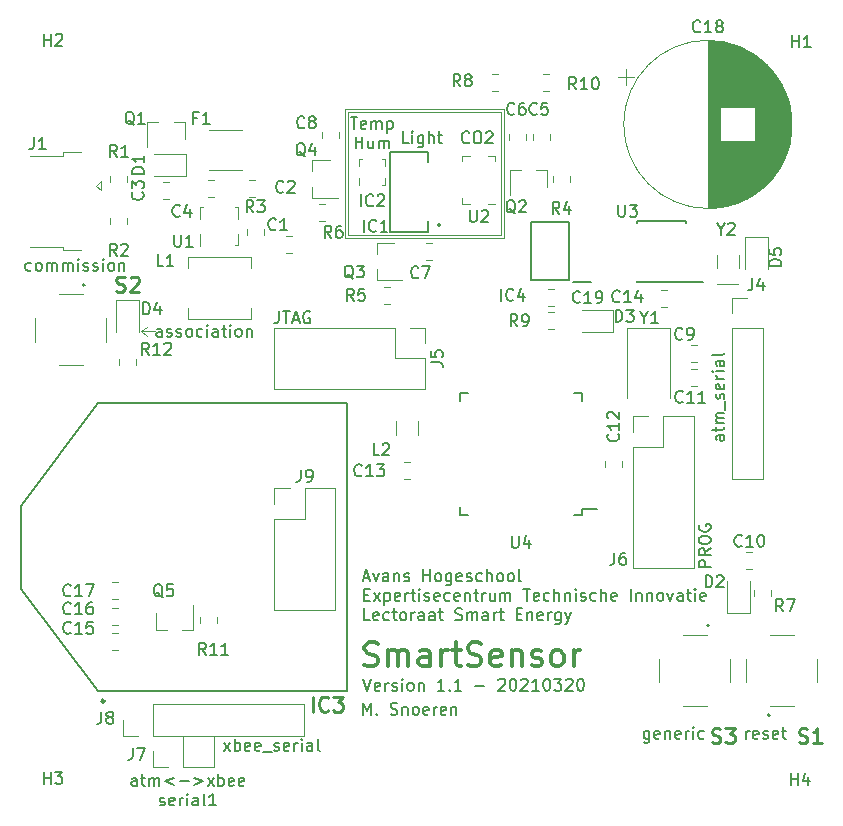
<source format=gto>
G04 #@! TF.GenerationSoftware,KiCad,Pcbnew,(5.1.9)-1*
G04 #@! TF.CreationDate,2021-03-20T17:22:42+01:00*
G04 #@! TF.ProjectId,SmartSensor,536d6172-7453-4656-9e73-6f722e6b6963,rev?*
G04 #@! TF.SameCoordinates,Original*
G04 #@! TF.FileFunction,Legend,Top*
G04 #@! TF.FilePolarity,Positive*
%FSLAX46Y46*%
G04 Gerber Fmt 4.6, Leading zero omitted, Abs format (unit mm)*
G04 Created by KiCad (PCBNEW (5.1.9)-1) date 2021-03-20 17:22:42*
%MOMM*%
%LPD*%
G01*
G04 APERTURE LIST*
%ADD10C,0.150000*%
%ADD11C,0.300000*%
%ADD12C,0.120000*%
%ADD13C,0.100000*%
%ADD14C,0.254000*%
%ADD15C,0.200000*%
G04 APERTURE END LIST*
D10*
X216749571Y-139739714D02*
X216749571Y-140549238D01*
X216701952Y-140644476D01*
X216654333Y-140692095D01*
X216559095Y-140739714D01*
X216416238Y-140739714D01*
X216321000Y-140692095D01*
X216749571Y-140358761D02*
X216654333Y-140406380D01*
X216463857Y-140406380D01*
X216368619Y-140358761D01*
X216321000Y-140311142D01*
X216273380Y-140215904D01*
X216273380Y-139930190D01*
X216321000Y-139834952D01*
X216368619Y-139787333D01*
X216463857Y-139739714D01*
X216654333Y-139739714D01*
X216749571Y-139787333D01*
X217606714Y-140358761D02*
X217511476Y-140406380D01*
X217321000Y-140406380D01*
X217225761Y-140358761D01*
X217178142Y-140263523D01*
X217178142Y-139882571D01*
X217225761Y-139787333D01*
X217321000Y-139739714D01*
X217511476Y-139739714D01*
X217606714Y-139787333D01*
X217654333Y-139882571D01*
X217654333Y-139977809D01*
X217178142Y-140073047D01*
X218082904Y-139739714D02*
X218082904Y-140406380D01*
X218082904Y-139834952D02*
X218130523Y-139787333D01*
X218225761Y-139739714D01*
X218368619Y-139739714D01*
X218463857Y-139787333D01*
X218511476Y-139882571D01*
X218511476Y-140406380D01*
X219368619Y-140358761D02*
X219273380Y-140406380D01*
X219082904Y-140406380D01*
X218987666Y-140358761D01*
X218940047Y-140263523D01*
X218940047Y-139882571D01*
X218987666Y-139787333D01*
X219082904Y-139739714D01*
X219273380Y-139739714D01*
X219368619Y-139787333D01*
X219416238Y-139882571D01*
X219416238Y-139977809D01*
X218940047Y-140073047D01*
X219844809Y-140406380D02*
X219844809Y-139739714D01*
X219844809Y-139930190D02*
X219892428Y-139834952D01*
X219940047Y-139787333D01*
X220035285Y-139739714D01*
X220130523Y-139739714D01*
X220463857Y-140406380D02*
X220463857Y-139739714D01*
X220463857Y-139406380D02*
X220416238Y-139454000D01*
X220463857Y-139501619D01*
X220511476Y-139454000D01*
X220463857Y-139406380D01*
X220463857Y-139501619D01*
X221368619Y-140358761D02*
X221273380Y-140406380D01*
X221082904Y-140406380D01*
X220987666Y-140358761D01*
X220940047Y-140311142D01*
X220892428Y-140215904D01*
X220892428Y-139930190D01*
X220940047Y-139834952D01*
X220987666Y-139787333D01*
X221082904Y-139739714D01*
X221273380Y-139739714D01*
X221368619Y-139787333D01*
X173363476Y-144407380D02*
X173363476Y-143883571D01*
X173315857Y-143788333D01*
X173220619Y-143740714D01*
X173030142Y-143740714D01*
X172934904Y-143788333D01*
X173363476Y-144359761D02*
X173268238Y-144407380D01*
X173030142Y-144407380D01*
X172934904Y-144359761D01*
X172887285Y-144264523D01*
X172887285Y-144169285D01*
X172934904Y-144074047D01*
X173030142Y-144026428D01*
X173268238Y-144026428D01*
X173363476Y-143978809D01*
X173696809Y-143740714D02*
X174077761Y-143740714D01*
X173839666Y-143407380D02*
X173839666Y-144264523D01*
X173887285Y-144359761D01*
X173982523Y-144407380D01*
X174077761Y-144407380D01*
X174411095Y-144407380D02*
X174411095Y-143740714D01*
X174411095Y-143835952D02*
X174458714Y-143788333D01*
X174553952Y-143740714D01*
X174696809Y-143740714D01*
X174792047Y-143788333D01*
X174839666Y-143883571D01*
X174839666Y-144407380D01*
X174839666Y-143883571D02*
X174887285Y-143788333D01*
X174982523Y-143740714D01*
X175125380Y-143740714D01*
X175220619Y-143788333D01*
X175268238Y-143883571D01*
X175268238Y-144407380D01*
X176506333Y-143740714D02*
X175744428Y-144026428D01*
X176506333Y-144312142D01*
X176982523Y-144026428D02*
X177744428Y-144026428D01*
X178220619Y-143740714D02*
X178982523Y-144026428D01*
X178220619Y-144312142D01*
X179363476Y-144407380D02*
X179887285Y-143740714D01*
X179363476Y-143740714D02*
X179887285Y-144407380D01*
X180268238Y-144407380D02*
X180268238Y-143407380D01*
X180268238Y-143788333D02*
X180363476Y-143740714D01*
X180553952Y-143740714D01*
X180649190Y-143788333D01*
X180696809Y-143835952D01*
X180744428Y-143931190D01*
X180744428Y-144216904D01*
X180696809Y-144312142D01*
X180649190Y-144359761D01*
X180553952Y-144407380D01*
X180363476Y-144407380D01*
X180268238Y-144359761D01*
X181553952Y-144359761D02*
X181458714Y-144407380D01*
X181268238Y-144407380D01*
X181173000Y-144359761D01*
X181125380Y-144264523D01*
X181125380Y-143883571D01*
X181173000Y-143788333D01*
X181268238Y-143740714D01*
X181458714Y-143740714D01*
X181553952Y-143788333D01*
X181601571Y-143883571D01*
X181601571Y-143978809D01*
X181125380Y-144074047D01*
X182411095Y-144359761D02*
X182315857Y-144407380D01*
X182125380Y-144407380D01*
X182030142Y-144359761D01*
X181982523Y-144264523D01*
X181982523Y-143883571D01*
X182030142Y-143788333D01*
X182125380Y-143740714D01*
X182315857Y-143740714D01*
X182411095Y-143788333D01*
X182458714Y-143883571D01*
X182458714Y-143978809D01*
X181982523Y-144074047D01*
X175292047Y-146009761D02*
X175387285Y-146057380D01*
X175577761Y-146057380D01*
X175673000Y-146009761D01*
X175720619Y-145914523D01*
X175720619Y-145866904D01*
X175673000Y-145771666D01*
X175577761Y-145724047D01*
X175434904Y-145724047D01*
X175339666Y-145676428D01*
X175292047Y-145581190D01*
X175292047Y-145533571D01*
X175339666Y-145438333D01*
X175434904Y-145390714D01*
X175577761Y-145390714D01*
X175673000Y-145438333D01*
X176530142Y-146009761D02*
X176434904Y-146057380D01*
X176244428Y-146057380D01*
X176149190Y-146009761D01*
X176101571Y-145914523D01*
X176101571Y-145533571D01*
X176149190Y-145438333D01*
X176244428Y-145390714D01*
X176434904Y-145390714D01*
X176530142Y-145438333D01*
X176577761Y-145533571D01*
X176577761Y-145628809D01*
X176101571Y-145724047D01*
X177006333Y-146057380D02*
X177006333Y-145390714D01*
X177006333Y-145581190D02*
X177053952Y-145485952D01*
X177101571Y-145438333D01*
X177196809Y-145390714D01*
X177292047Y-145390714D01*
X177625380Y-146057380D02*
X177625380Y-145390714D01*
X177625380Y-145057380D02*
X177577761Y-145105000D01*
X177625380Y-145152619D01*
X177673000Y-145105000D01*
X177625380Y-145057380D01*
X177625380Y-145152619D01*
X178530142Y-146057380D02*
X178530142Y-145533571D01*
X178482523Y-145438333D01*
X178387285Y-145390714D01*
X178196809Y-145390714D01*
X178101571Y-145438333D01*
X178530142Y-146009761D02*
X178434904Y-146057380D01*
X178196809Y-146057380D01*
X178101571Y-146009761D01*
X178053952Y-145914523D01*
X178053952Y-145819285D01*
X178101571Y-145724047D01*
X178196809Y-145676428D01*
X178434904Y-145676428D01*
X178530142Y-145628809D01*
X179149190Y-146057380D02*
X179053952Y-146009761D01*
X179006333Y-145914523D01*
X179006333Y-145057380D01*
X180053952Y-146057380D02*
X179482523Y-146057380D01*
X179768238Y-146057380D02*
X179768238Y-145057380D01*
X179673000Y-145200238D01*
X179577761Y-145295476D01*
X179482523Y-145343095D01*
X180737380Y-141422380D02*
X181261190Y-140755714D01*
X180737380Y-140755714D02*
X181261190Y-141422380D01*
X181642142Y-141422380D02*
X181642142Y-140422380D01*
X181642142Y-140803333D02*
X181737380Y-140755714D01*
X181927857Y-140755714D01*
X182023095Y-140803333D01*
X182070714Y-140850952D01*
X182118333Y-140946190D01*
X182118333Y-141231904D01*
X182070714Y-141327142D01*
X182023095Y-141374761D01*
X181927857Y-141422380D01*
X181737380Y-141422380D01*
X181642142Y-141374761D01*
X182927857Y-141374761D02*
X182832619Y-141422380D01*
X182642142Y-141422380D01*
X182546904Y-141374761D01*
X182499285Y-141279523D01*
X182499285Y-140898571D01*
X182546904Y-140803333D01*
X182642142Y-140755714D01*
X182832619Y-140755714D01*
X182927857Y-140803333D01*
X182975476Y-140898571D01*
X182975476Y-140993809D01*
X182499285Y-141089047D01*
X183785000Y-141374761D02*
X183689761Y-141422380D01*
X183499285Y-141422380D01*
X183404047Y-141374761D01*
X183356428Y-141279523D01*
X183356428Y-140898571D01*
X183404047Y-140803333D01*
X183499285Y-140755714D01*
X183689761Y-140755714D01*
X183785000Y-140803333D01*
X183832619Y-140898571D01*
X183832619Y-140993809D01*
X183356428Y-141089047D01*
X184023095Y-141517619D02*
X184785000Y-141517619D01*
X184975476Y-141374761D02*
X185070714Y-141422380D01*
X185261190Y-141422380D01*
X185356428Y-141374761D01*
X185404047Y-141279523D01*
X185404047Y-141231904D01*
X185356428Y-141136666D01*
X185261190Y-141089047D01*
X185118333Y-141089047D01*
X185023095Y-141041428D01*
X184975476Y-140946190D01*
X184975476Y-140898571D01*
X185023095Y-140803333D01*
X185118333Y-140755714D01*
X185261190Y-140755714D01*
X185356428Y-140803333D01*
X186213571Y-141374761D02*
X186118333Y-141422380D01*
X185927857Y-141422380D01*
X185832619Y-141374761D01*
X185785000Y-141279523D01*
X185785000Y-140898571D01*
X185832619Y-140803333D01*
X185927857Y-140755714D01*
X186118333Y-140755714D01*
X186213571Y-140803333D01*
X186261190Y-140898571D01*
X186261190Y-140993809D01*
X185785000Y-141089047D01*
X186689761Y-141422380D02*
X186689761Y-140755714D01*
X186689761Y-140946190D02*
X186737380Y-140850952D01*
X186785000Y-140803333D01*
X186880238Y-140755714D01*
X186975476Y-140755714D01*
X187308809Y-141422380D02*
X187308809Y-140755714D01*
X187308809Y-140422380D02*
X187261190Y-140470000D01*
X187308809Y-140517619D01*
X187356428Y-140470000D01*
X187308809Y-140422380D01*
X187308809Y-140517619D01*
X188213571Y-141422380D02*
X188213571Y-140898571D01*
X188165952Y-140803333D01*
X188070714Y-140755714D01*
X187880238Y-140755714D01*
X187785000Y-140803333D01*
X188213571Y-141374761D02*
X188118333Y-141422380D01*
X187880238Y-141422380D01*
X187785000Y-141374761D01*
X187737380Y-141279523D01*
X187737380Y-141184285D01*
X187785000Y-141089047D01*
X187880238Y-141041428D01*
X188118333Y-141041428D01*
X188213571Y-140993809D01*
X188832619Y-141422380D02*
X188737380Y-141374761D01*
X188689761Y-141279523D01*
X188689761Y-140422380D01*
X223083380Y-114720285D02*
X222559571Y-114720285D01*
X222464333Y-114767904D01*
X222416714Y-114863142D01*
X222416714Y-115053619D01*
X222464333Y-115148857D01*
X223035761Y-114720285D02*
X223083380Y-114815523D01*
X223083380Y-115053619D01*
X223035761Y-115148857D01*
X222940523Y-115196476D01*
X222845285Y-115196476D01*
X222750047Y-115148857D01*
X222702428Y-115053619D01*
X222702428Y-114815523D01*
X222654809Y-114720285D01*
X222416714Y-114386952D02*
X222416714Y-114006000D01*
X222083380Y-114244095D02*
X222940523Y-114244095D01*
X223035761Y-114196476D01*
X223083380Y-114101238D01*
X223083380Y-114006000D01*
X223083380Y-113672666D02*
X222416714Y-113672666D01*
X222511952Y-113672666D02*
X222464333Y-113625047D01*
X222416714Y-113529809D01*
X222416714Y-113386952D01*
X222464333Y-113291714D01*
X222559571Y-113244095D01*
X223083380Y-113244095D01*
X222559571Y-113244095D02*
X222464333Y-113196476D01*
X222416714Y-113101238D01*
X222416714Y-112958380D01*
X222464333Y-112863142D01*
X222559571Y-112815523D01*
X223083380Y-112815523D01*
X223178619Y-112577428D02*
X223178619Y-111815523D01*
X223035761Y-111625047D02*
X223083380Y-111529809D01*
X223083380Y-111339333D01*
X223035761Y-111244095D01*
X222940523Y-111196476D01*
X222892904Y-111196476D01*
X222797666Y-111244095D01*
X222750047Y-111339333D01*
X222750047Y-111482190D01*
X222702428Y-111577428D01*
X222607190Y-111625047D01*
X222559571Y-111625047D01*
X222464333Y-111577428D01*
X222416714Y-111482190D01*
X222416714Y-111339333D01*
X222464333Y-111244095D01*
X223035761Y-110386952D02*
X223083380Y-110482190D01*
X223083380Y-110672666D01*
X223035761Y-110767904D01*
X222940523Y-110815523D01*
X222559571Y-110815523D01*
X222464333Y-110767904D01*
X222416714Y-110672666D01*
X222416714Y-110482190D01*
X222464333Y-110386952D01*
X222559571Y-110339333D01*
X222654809Y-110339333D01*
X222750047Y-110815523D01*
X223083380Y-109910761D02*
X222416714Y-109910761D01*
X222607190Y-109910761D02*
X222511952Y-109863142D01*
X222464333Y-109815523D01*
X222416714Y-109720285D01*
X222416714Y-109625047D01*
X223083380Y-109291714D02*
X222416714Y-109291714D01*
X222083380Y-109291714D02*
X222131000Y-109339333D01*
X222178619Y-109291714D01*
X222131000Y-109244095D01*
X222083380Y-109291714D01*
X222178619Y-109291714D01*
X223083380Y-108386952D02*
X222559571Y-108386952D01*
X222464333Y-108434571D01*
X222416714Y-108529809D01*
X222416714Y-108720285D01*
X222464333Y-108815523D01*
X223035761Y-108386952D02*
X223083380Y-108482190D01*
X223083380Y-108720285D01*
X223035761Y-108815523D01*
X222940523Y-108863142D01*
X222845285Y-108863142D01*
X222750047Y-108815523D01*
X222702428Y-108720285D01*
X222702428Y-108482190D01*
X222654809Y-108386952D01*
X223083380Y-107767904D02*
X223035761Y-107863142D01*
X222940523Y-107910761D01*
X222083380Y-107910761D01*
X221940380Y-125864714D02*
X220940380Y-125864714D01*
X220940380Y-125483761D01*
X220988000Y-125388523D01*
X221035619Y-125340904D01*
X221130857Y-125293285D01*
X221273714Y-125293285D01*
X221368952Y-125340904D01*
X221416571Y-125388523D01*
X221464190Y-125483761D01*
X221464190Y-125864714D01*
X221940380Y-124293285D02*
X221464190Y-124626619D01*
X221940380Y-124864714D02*
X220940380Y-124864714D01*
X220940380Y-124483761D01*
X220988000Y-124388523D01*
X221035619Y-124340904D01*
X221130857Y-124293285D01*
X221273714Y-124293285D01*
X221368952Y-124340904D01*
X221416571Y-124388523D01*
X221464190Y-124483761D01*
X221464190Y-124864714D01*
X220940380Y-123674238D02*
X220940380Y-123483761D01*
X220988000Y-123388523D01*
X221083238Y-123293285D01*
X221273714Y-123245666D01*
X221607047Y-123245666D01*
X221797523Y-123293285D01*
X221892761Y-123388523D01*
X221940380Y-123483761D01*
X221940380Y-123674238D01*
X221892761Y-123769476D01*
X221797523Y-123864714D01*
X221607047Y-123912333D01*
X221273714Y-123912333D01*
X221083238Y-123864714D01*
X220988000Y-123769476D01*
X220940380Y-123674238D01*
X220988000Y-122293285D02*
X220940380Y-122388523D01*
X220940380Y-122531380D01*
X220988000Y-122674238D01*
X221083238Y-122769476D01*
X221178476Y-122817095D01*
X221368952Y-122864714D01*
X221511809Y-122864714D01*
X221702285Y-122817095D01*
X221797523Y-122769476D01*
X221892761Y-122674238D01*
X221940380Y-122531380D01*
X221940380Y-122436142D01*
X221892761Y-122293285D01*
X221845142Y-122245666D01*
X221511809Y-122245666D01*
X221511809Y-122436142D01*
X185396333Y-104227380D02*
X185396333Y-104941666D01*
X185348714Y-105084523D01*
X185253476Y-105179761D01*
X185110619Y-105227380D01*
X185015380Y-105227380D01*
X185729666Y-104227380D02*
X186301095Y-104227380D01*
X186015380Y-105227380D02*
X186015380Y-104227380D01*
X186586809Y-104941666D02*
X187063000Y-104941666D01*
X186491571Y-105227380D02*
X186824904Y-104227380D01*
X187158238Y-105227380D01*
X188015380Y-104275000D02*
X187920142Y-104227380D01*
X187777285Y-104227380D01*
X187634428Y-104275000D01*
X187539190Y-104370238D01*
X187491571Y-104465476D01*
X187443952Y-104655952D01*
X187443952Y-104798809D01*
X187491571Y-104989285D01*
X187539190Y-105084523D01*
X187634428Y-105179761D01*
X187777285Y-105227380D01*
X187872523Y-105227380D01*
X188015380Y-105179761D01*
X188063000Y-105132142D01*
X188063000Y-104798809D01*
X187872523Y-104798809D01*
X192516619Y-138374380D02*
X192516619Y-137374380D01*
X192849952Y-138088666D01*
X193183285Y-137374380D01*
X193183285Y-138374380D01*
X193659476Y-138279142D02*
X193707095Y-138326761D01*
X193659476Y-138374380D01*
X193611857Y-138326761D01*
X193659476Y-138279142D01*
X193659476Y-138374380D01*
X194849952Y-138326761D02*
X194992809Y-138374380D01*
X195230904Y-138374380D01*
X195326142Y-138326761D01*
X195373761Y-138279142D01*
X195421380Y-138183904D01*
X195421380Y-138088666D01*
X195373761Y-137993428D01*
X195326142Y-137945809D01*
X195230904Y-137898190D01*
X195040428Y-137850571D01*
X194945190Y-137802952D01*
X194897571Y-137755333D01*
X194849952Y-137660095D01*
X194849952Y-137564857D01*
X194897571Y-137469619D01*
X194945190Y-137422000D01*
X195040428Y-137374380D01*
X195278523Y-137374380D01*
X195421380Y-137422000D01*
X195849952Y-137707714D02*
X195849952Y-138374380D01*
X195849952Y-137802952D02*
X195897571Y-137755333D01*
X195992809Y-137707714D01*
X196135666Y-137707714D01*
X196230904Y-137755333D01*
X196278523Y-137850571D01*
X196278523Y-138374380D01*
X196897571Y-138374380D02*
X196802333Y-138326761D01*
X196754714Y-138279142D01*
X196707095Y-138183904D01*
X196707095Y-137898190D01*
X196754714Y-137802952D01*
X196802333Y-137755333D01*
X196897571Y-137707714D01*
X197040428Y-137707714D01*
X197135666Y-137755333D01*
X197183285Y-137802952D01*
X197230904Y-137898190D01*
X197230904Y-138183904D01*
X197183285Y-138279142D01*
X197135666Y-138326761D01*
X197040428Y-138374380D01*
X196897571Y-138374380D01*
X198040428Y-138326761D02*
X197945190Y-138374380D01*
X197754714Y-138374380D01*
X197659476Y-138326761D01*
X197611857Y-138231523D01*
X197611857Y-137850571D01*
X197659476Y-137755333D01*
X197754714Y-137707714D01*
X197945190Y-137707714D01*
X198040428Y-137755333D01*
X198088047Y-137850571D01*
X198088047Y-137945809D01*
X197611857Y-138041047D01*
X198516619Y-138374380D02*
X198516619Y-137707714D01*
X198516619Y-137898190D02*
X198564238Y-137802952D01*
X198611857Y-137755333D01*
X198707095Y-137707714D01*
X198802333Y-137707714D01*
X199516619Y-138326761D02*
X199421380Y-138374380D01*
X199230904Y-138374380D01*
X199135666Y-138326761D01*
X199088047Y-138231523D01*
X199088047Y-137850571D01*
X199135666Y-137755333D01*
X199230904Y-137707714D01*
X199421380Y-137707714D01*
X199516619Y-137755333D01*
X199564238Y-137850571D01*
X199564238Y-137945809D01*
X199088047Y-138041047D01*
X199992809Y-137707714D02*
X199992809Y-138374380D01*
X199992809Y-137802952D02*
X200040428Y-137755333D01*
X200135666Y-137707714D01*
X200278523Y-137707714D01*
X200373761Y-137755333D01*
X200421380Y-137850571D01*
X200421380Y-138374380D01*
X192549047Y-135342380D02*
X192882380Y-136342380D01*
X193215714Y-135342380D01*
X193930000Y-136294761D02*
X193834761Y-136342380D01*
X193644285Y-136342380D01*
X193549047Y-136294761D01*
X193501428Y-136199523D01*
X193501428Y-135818571D01*
X193549047Y-135723333D01*
X193644285Y-135675714D01*
X193834761Y-135675714D01*
X193930000Y-135723333D01*
X193977619Y-135818571D01*
X193977619Y-135913809D01*
X193501428Y-136009047D01*
X194406190Y-136342380D02*
X194406190Y-135675714D01*
X194406190Y-135866190D02*
X194453809Y-135770952D01*
X194501428Y-135723333D01*
X194596666Y-135675714D01*
X194691904Y-135675714D01*
X194977619Y-136294761D02*
X195072857Y-136342380D01*
X195263333Y-136342380D01*
X195358571Y-136294761D01*
X195406190Y-136199523D01*
X195406190Y-136151904D01*
X195358571Y-136056666D01*
X195263333Y-136009047D01*
X195120476Y-136009047D01*
X195025238Y-135961428D01*
X194977619Y-135866190D01*
X194977619Y-135818571D01*
X195025238Y-135723333D01*
X195120476Y-135675714D01*
X195263333Y-135675714D01*
X195358571Y-135723333D01*
X195834761Y-136342380D02*
X195834761Y-135675714D01*
X195834761Y-135342380D02*
X195787142Y-135390000D01*
X195834761Y-135437619D01*
X195882380Y-135390000D01*
X195834761Y-135342380D01*
X195834761Y-135437619D01*
X196453809Y-136342380D02*
X196358571Y-136294761D01*
X196310952Y-136247142D01*
X196263333Y-136151904D01*
X196263333Y-135866190D01*
X196310952Y-135770952D01*
X196358571Y-135723333D01*
X196453809Y-135675714D01*
X196596666Y-135675714D01*
X196691904Y-135723333D01*
X196739523Y-135770952D01*
X196787142Y-135866190D01*
X196787142Y-136151904D01*
X196739523Y-136247142D01*
X196691904Y-136294761D01*
X196596666Y-136342380D01*
X196453809Y-136342380D01*
X197215714Y-135675714D02*
X197215714Y-136342380D01*
X197215714Y-135770952D02*
X197263333Y-135723333D01*
X197358571Y-135675714D01*
X197501428Y-135675714D01*
X197596666Y-135723333D01*
X197644285Y-135818571D01*
X197644285Y-136342380D01*
X199406190Y-136342380D02*
X198834761Y-136342380D01*
X199120476Y-136342380D02*
X199120476Y-135342380D01*
X199025238Y-135485238D01*
X198930000Y-135580476D01*
X198834761Y-135628095D01*
X199834761Y-136247142D02*
X199882380Y-136294761D01*
X199834761Y-136342380D01*
X199787142Y-136294761D01*
X199834761Y-136247142D01*
X199834761Y-136342380D01*
X200834761Y-136342380D02*
X200263333Y-136342380D01*
X200549047Y-136342380D02*
X200549047Y-135342380D01*
X200453809Y-135485238D01*
X200358571Y-135580476D01*
X200263333Y-135628095D01*
X202025238Y-135961428D02*
X202787142Y-135961428D01*
X203977619Y-135437619D02*
X204025238Y-135390000D01*
X204120476Y-135342380D01*
X204358571Y-135342380D01*
X204453809Y-135390000D01*
X204501428Y-135437619D01*
X204549047Y-135532857D01*
X204549047Y-135628095D01*
X204501428Y-135770952D01*
X203930000Y-136342380D01*
X204549047Y-136342380D01*
X205168095Y-135342380D02*
X205263333Y-135342380D01*
X205358571Y-135390000D01*
X205406190Y-135437619D01*
X205453809Y-135532857D01*
X205501428Y-135723333D01*
X205501428Y-135961428D01*
X205453809Y-136151904D01*
X205406190Y-136247142D01*
X205358571Y-136294761D01*
X205263333Y-136342380D01*
X205168095Y-136342380D01*
X205072857Y-136294761D01*
X205025238Y-136247142D01*
X204977619Y-136151904D01*
X204930000Y-135961428D01*
X204930000Y-135723333D01*
X204977619Y-135532857D01*
X205025238Y-135437619D01*
X205072857Y-135390000D01*
X205168095Y-135342380D01*
X205882380Y-135437619D02*
X205930000Y-135390000D01*
X206025238Y-135342380D01*
X206263333Y-135342380D01*
X206358571Y-135390000D01*
X206406190Y-135437619D01*
X206453809Y-135532857D01*
X206453809Y-135628095D01*
X206406190Y-135770952D01*
X205834761Y-136342380D01*
X206453809Y-136342380D01*
X207406190Y-136342380D02*
X206834761Y-136342380D01*
X207120476Y-136342380D02*
X207120476Y-135342380D01*
X207025238Y-135485238D01*
X206930000Y-135580476D01*
X206834761Y-135628095D01*
X208025238Y-135342380D02*
X208120476Y-135342380D01*
X208215714Y-135390000D01*
X208263333Y-135437619D01*
X208310952Y-135532857D01*
X208358571Y-135723333D01*
X208358571Y-135961428D01*
X208310952Y-136151904D01*
X208263333Y-136247142D01*
X208215714Y-136294761D01*
X208120476Y-136342380D01*
X208025238Y-136342380D01*
X207930000Y-136294761D01*
X207882380Y-136247142D01*
X207834761Y-136151904D01*
X207787142Y-135961428D01*
X207787142Y-135723333D01*
X207834761Y-135532857D01*
X207882380Y-135437619D01*
X207930000Y-135390000D01*
X208025238Y-135342380D01*
X208691904Y-135342380D02*
X209310952Y-135342380D01*
X208977619Y-135723333D01*
X209120476Y-135723333D01*
X209215714Y-135770952D01*
X209263333Y-135818571D01*
X209310952Y-135913809D01*
X209310952Y-136151904D01*
X209263333Y-136247142D01*
X209215714Y-136294761D01*
X209120476Y-136342380D01*
X208834761Y-136342380D01*
X208739523Y-136294761D01*
X208691904Y-136247142D01*
X209691904Y-135437619D02*
X209739523Y-135390000D01*
X209834761Y-135342380D01*
X210072857Y-135342380D01*
X210168095Y-135390000D01*
X210215714Y-135437619D01*
X210263333Y-135532857D01*
X210263333Y-135628095D01*
X210215714Y-135770952D01*
X209644285Y-136342380D01*
X210263333Y-136342380D01*
X210882380Y-135342380D02*
X210977619Y-135342380D01*
X211072857Y-135390000D01*
X211120476Y-135437619D01*
X211168095Y-135532857D01*
X211215714Y-135723333D01*
X211215714Y-135961428D01*
X211168095Y-136151904D01*
X211120476Y-136247142D01*
X211072857Y-136294761D01*
X210977619Y-136342380D01*
X210882380Y-136342380D01*
X210787142Y-136294761D01*
X210739523Y-136247142D01*
X210691904Y-136151904D01*
X210644285Y-135961428D01*
X210644285Y-135723333D01*
X210691904Y-135532857D01*
X210739523Y-135437619D01*
X210787142Y-135390000D01*
X210882380Y-135342380D01*
D11*
X192628380Y-134159523D02*
X192914095Y-134254761D01*
X193390285Y-134254761D01*
X193580761Y-134159523D01*
X193676000Y-134064285D01*
X193771238Y-133873809D01*
X193771238Y-133683333D01*
X193676000Y-133492857D01*
X193580761Y-133397619D01*
X193390285Y-133302380D01*
X193009333Y-133207142D01*
X192818857Y-133111904D01*
X192723619Y-133016666D01*
X192628380Y-132826190D01*
X192628380Y-132635714D01*
X192723619Y-132445238D01*
X192818857Y-132350000D01*
X193009333Y-132254761D01*
X193485523Y-132254761D01*
X193771238Y-132350000D01*
X194628380Y-134254761D02*
X194628380Y-132921428D01*
X194628380Y-133111904D02*
X194723619Y-133016666D01*
X194914095Y-132921428D01*
X195199809Y-132921428D01*
X195390285Y-133016666D01*
X195485523Y-133207142D01*
X195485523Y-134254761D01*
X195485523Y-133207142D02*
X195580761Y-133016666D01*
X195771238Y-132921428D01*
X196056952Y-132921428D01*
X196247428Y-133016666D01*
X196342666Y-133207142D01*
X196342666Y-134254761D01*
X198152190Y-134254761D02*
X198152190Y-133207142D01*
X198056952Y-133016666D01*
X197866476Y-132921428D01*
X197485523Y-132921428D01*
X197295047Y-133016666D01*
X198152190Y-134159523D02*
X197961714Y-134254761D01*
X197485523Y-134254761D01*
X197295047Y-134159523D01*
X197199809Y-133969047D01*
X197199809Y-133778571D01*
X197295047Y-133588095D01*
X197485523Y-133492857D01*
X197961714Y-133492857D01*
X198152190Y-133397619D01*
X199104571Y-134254761D02*
X199104571Y-132921428D01*
X199104571Y-133302380D02*
X199199809Y-133111904D01*
X199295047Y-133016666D01*
X199485523Y-132921428D01*
X199676000Y-132921428D01*
X200056952Y-132921428D02*
X200818857Y-132921428D01*
X200342666Y-132254761D02*
X200342666Y-133969047D01*
X200437904Y-134159523D01*
X200628380Y-134254761D01*
X200818857Y-134254761D01*
X201390285Y-134159523D02*
X201676000Y-134254761D01*
X202152190Y-134254761D01*
X202342666Y-134159523D01*
X202437904Y-134064285D01*
X202533142Y-133873809D01*
X202533142Y-133683333D01*
X202437904Y-133492857D01*
X202342666Y-133397619D01*
X202152190Y-133302380D01*
X201771238Y-133207142D01*
X201580761Y-133111904D01*
X201485523Y-133016666D01*
X201390285Y-132826190D01*
X201390285Y-132635714D01*
X201485523Y-132445238D01*
X201580761Y-132350000D01*
X201771238Y-132254761D01*
X202247428Y-132254761D01*
X202533142Y-132350000D01*
X204152190Y-134159523D02*
X203961714Y-134254761D01*
X203580761Y-134254761D01*
X203390285Y-134159523D01*
X203295047Y-133969047D01*
X203295047Y-133207142D01*
X203390285Y-133016666D01*
X203580761Y-132921428D01*
X203961714Y-132921428D01*
X204152190Y-133016666D01*
X204247428Y-133207142D01*
X204247428Y-133397619D01*
X203295047Y-133588095D01*
X205104571Y-132921428D02*
X205104571Y-134254761D01*
X205104571Y-133111904D02*
X205199809Y-133016666D01*
X205390285Y-132921428D01*
X205676000Y-132921428D01*
X205866476Y-133016666D01*
X205961714Y-133207142D01*
X205961714Y-134254761D01*
X206818857Y-134159523D02*
X207009333Y-134254761D01*
X207390285Y-134254761D01*
X207580761Y-134159523D01*
X207676000Y-133969047D01*
X207676000Y-133873809D01*
X207580761Y-133683333D01*
X207390285Y-133588095D01*
X207104571Y-133588095D01*
X206914095Y-133492857D01*
X206818857Y-133302380D01*
X206818857Y-133207142D01*
X206914095Y-133016666D01*
X207104571Y-132921428D01*
X207390285Y-132921428D01*
X207580761Y-133016666D01*
X208818857Y-134254761D02*
X208628380Y-134159523D01*
X208533142Y-134064285D01*
X208437904Y-133873809D01*
X208437904Y-133302380D01*
X208533142Y-133111904D01*
X208628380Y-133016666D01*
X208818857Y-132921428D01*
X209104571Y-132921428D01*
X209295047Y-133016666D01*
X209390285Y-133111904D01*
X209485523Y-133302380D01*
X209485523Y-133873809D01*
X209390285Y-134064285D01*
X209295047Y-134159523D01*
X209104571Y-134254761D01*
X208818857Y-134254761D01*
X210342666Y-134254761D02*
X210342666Y-132921428D01*
X210342666Y-133302380D02*
X210437904Y-133111904D01*
X210533142Y-133016666D01*
X210723619Y-132921428D01*
X210914095Y-132921428D01*
D10*
X192565976Y-126786666D02*
X193042166Y-126786666D01*
X192470738Y-127072380D02*
X192804071Y-126072380D01*
X193137404Y-127072380D01*
X193375500Y-126405714D02*
X193613595Y-127072380D01*
X193851690Y-126405714D01*
X194661214Y-127072380D02*
X194661214Y-126548571D01*
X194613595Y-126453333D01*
X194518357Y-126405714D01*
X194327880Y-126405714D01*
X194232642Y-126453333D01*
X194661214Y-127024761D02*
X194565976Y-127072380D01*
X194327880Y-127072380D01*
X194232642Y-127024761D01*
X194185023Y-126929523D01*
X194185023Y-126834285D01*
X194232642Y-126739047D01*
X194327880Y-126691428D01*
X194565976Y-126691428D01*
X194661214Y-126643809D01*
X195137404Y-126405714D02*
X195137404Y-127072380D01*
X195137404Y-126500952D02*
X195185023Y-126453333D01*
X195280261Y-126405714D01*
X195423119Y-126405714D01*
X195518357Y-126453333D01*
X195565976Y-126548571D01*
X195565976Y-127072380D01*
X195994547Y-127024761D02*
X196089785Y-127072380D01*
X196280261Y-127072380D01*
X196375500Y-127024761D01*
X196423119Y-126929523D01*
X196423119Y-126881904D01*
X196375500Y-126786666D01*
X196280261Y-126739047D01*
X196137404Y-126739047D01*
X196042166Y-126691428D01*
X195994547Y-126596190D01*
X195994547Y-126548571D01*
X196042166Y-126453333D01*
X196137404Y-126405714D01*
X196280261Y-126405714D01*
X196375500Y-126453333D01*
X197613595Y-127072380D02*
X197613595Y-126072380D01*
X197613595Y-126548571D02*
X198185023Y-126548571D01*
X198185023Y-127072380D02*
X198185023Y-126072380D01*
X198804071Y-127072380D02*
X198708833Y-127024761D01*
X198661214Y-126977142D01*
X198613595Y-126881904D01*
X198613595Y-126596190D01*
X198661214Y-126500952D01*
X198708833Y-126453333D01*
X198804071Y-126405714D01*
X198946928Y-126405714D01*
X199042166Y-126453333D01*
X199089785Y-126500952D01*
X199137404Y-126596190D01*
X199137404Y-126881904D01*
X199089785Y-126977142D01*
X199042166Y-127024761D01*
X198946928Y-127072380D01*
X198804071Y-127072380D01*
X199994547Y-126405714D02*
X199994547Y-127215238D01*
X199946928Y-127310476D01*
X199899309Y-127358095D01*
X199804071Y-127405714D01*
X199661214Y-127405714D01*
X199565976Y-127358095D01*
X199994547Y-127024761D02*
X199899309Y-127072380D01*
X199708833Y-127072380D01*
X199613595Y-127024761D01*
X199565976Y-126977142D01*
X199518357Y-126881904D01*
X199518357Y-126596190D01*
X199565976Y-126500952D01*
X199613595Y-126453333D01*
X199708833Y-126405714D01*
X199899309Y-126405714D01*
X199994547Y-126453333D01*
X200851690Y-127024761D02*
X200756452Y-127072380D01*
X200565976Y-127072380D01*
X200470738Y-127024761D01*
X200423119Y-126929523D01*
X200423119Y-126548571D01*
X200470738Y-126453333D01*
X200565976Y-126405714D01*
X200756452Y-126405714D01*
X200851690Y-126453333D01*
X200899309Y-126548571D01*
X200899309Y-126643809D01*
X200423119Y-126739047D01*
X201280261Y-127024761D02*
X201375500Y-127072380D01*
X201565976Y-127072380D01*
X201661214Y-127024761D01*
X201708833Y-126929523D01*
X201708833Y-126881904D01*
X201661214Y-126786666D01*
X201565976Y-126739047D01*
X201423119Y-126739047D01*
X201327880Y-126691428D01*
X201280261Y-126596190D01*
X201280261Y-126548571D01*
X201327880Y-126453333D01*
X201423119Y-126405714D01*
X201565976Y-126405714D01*
X201661214Y-126453333D01*
X202565976Y-127024761D02*
X202470738Y-127072380D01*
X202280261Y-127072380D01*
X202185023Y-127024761D01*
X202137404Y-126977142D01*
X202089785Y-126881904D01*
X202089785Y-126596190D01*
X202137404Y-126500952D01*
X202185023Y-126453333D01*
X202280261Y-126405714D01*
X202470738Y-126405714D01*
X202565976Y-126453333D01*
X202994547Y-127072380D02*
X202994547Y-126072380D01*
X203423119Y-127072380D02*
X203423119Y-126548571D01*
X203375500Y-126453333D01*
X203280261Y-126405714D01*
X203137404Y-126405714D01*
X203042166Y-126453333D01*
X202994547Y-126500952D01*
X204042166Y-127072380D02*
X203946928Y-127024761D01*
X203899309Y-126977142D01*
X203851690Y-126881904D01*
X203851690Y-126596190D01*
X203899309Y-126500952D01*
X203946928Y-126453333D01*
X204042166Y-126405714D01*
X204185023Y-126405714D01*
X204280261Y-126453333D01*
X204327880Y-126500952D01*
X204375500Y-126596190D01*
X204375500Y-126881904D01*
X204327880Y-126977142D01*
X204280261Y-127024761D01*
X204185023Y-127072380D01*
X204042166Y-127072380D01*
X204946928Y-127072380D02*
X204851690Y-127024761D01*
X204804071Y-126977142D01*
X204756452Y-126881904D01*
X204756452Y-126596190D01*
X204804071Y-126500952D01*
X204851690Y-126453333D01*
X204946928Y-126405714D01*
X205089785Y-126405714D01*
X205185023Y-126453333D01*
X205232642Y-126500952D01*
X205280261Y-126596190D01*
X205280261Y-126881904D01*
X205232642Y-126977142D01*
X205185023Y-127024761D01*
X205089785Y-127072380D01*
X204946928Y-127072380D01*
X205851690Y-127072380D02*
X205756452Y-127024761D01*
X205708833Y-126929523D01*
X205708833Y-126072380D01*
X192613595Y-128198571D02*
X192946928Y-128198571D01*
X193089785Y-128722380D02*
X192613595Y-128722380D01*
X192613595Y-127722380D01*
X193089785Y-127722380D01*
X193423119Y-128722380D02*
X193946928Y-128055714D01*
X193423119Y-128055714D02*
X193946928Y-128722380D01*
X194327880Y-128055714D02*
X194327880Y-129055714D01*
X194327880Y-128103333D02*
X194423119Y-128055714D01*
X194613595Y-128055714D01*
X194708833Y-128103333D01*
X194756452Y-128150952D01*
X194804071Y-128246190D01*
X194804071Y-128531904D01*
X194756452Y-128627142D01*
X194708833Y-128674761D01*
X194613595Y-128722380D01*
X194423119Y-128722380D01*
X194327880Y-128674761D01*
X195613595Y-128674761D02*
X195518357Y-128722380D01*
X195327880Y-128722380D01*
X195232642Y-128674761D01*
X195185023Y-128579523D01*
X195185023Y-128198571D01*
X195232642Y-128103333D01*
X195327880Y-128055714D01*
X195518357Y-128055714D01*
X195613595Y-128103333D01*
X195661214Y-128198571D01*
X195661214Y-128293809D01*
X195185023Y-128389047D01*
X196089785Y-128722380D02*
X196089785Y-128055714D01*
X196089785Y-128246190D02*
X196137404Y-128150952D01*
X196185023Y-128103333D01*
X196280261Y-128055714D01*
X196375500Y-128055714D01*
X196565976Y-128055714D02*
X196946928Y-128055714D01*
X196708833Y-127722380D02*
X196708833Y-128579523D01*
X196756452Y-128674761D01*
X196851690Y-128722380D01*
X196946928Y-128722380D01*
X197280261Y-128722380D02*
X197280261Y-128055714D01*
X197280261Y-127722380D02*
X197232642Y-127770000D01*
X197280261Y-127817619D01*
X197327880Y-127770000D01*
X197280261Y-127722380D01*
X197280261Y-127817619D01*
X197708833Y-128674761D02*
X197804071Y-128722380D01*
X197994547Y-128722380D01*
X198089785Y-128674761D01*
X198137404Y-128579523D01*
X198137404Y-128531904D01*
X198089785Y-128436666D01*
X197994547Y-128389047D01*
X197851690Y-128389047D01*
X197756452Y-128341428D01*
X197708833Y-128246190D01*
X197708833Y-128198571D01*
X197756452Y-128103333D01*
X197851690Y-128055714D01*
X197994547Y-128055714D01*
X198089785Y-128103333D01*
X198946928Y-128674761D02*
X198851690Y-128722380D01*
X198661214Y-128722380D01*
X198565976Y-128674761D01*
X198518357Y-128579523D01*
X198518357Y-128198571D01*
X198565976Y-128103333D01*
X198661214Y-128055714D01*
X198851690Y-128055714D01*
X198946928Y-128103333D01*
X198994547Y-128198571D01*
X198994547Y-128293809D01*
X198518357Y-128389047D01*
X199851690Y-128674761D02*
X199756452Y-128722380D01*
X199565976Y-128722380D01*
X199470738Y-128674761D01*
X199423119Y-128627142D01*
X199375500Y-128531904D01*
X199375500Y-128246190D01*
X199423119Y-128150952D01*
X199470738Y-128103333D01*
X199565976Y-128055714D01*
X199756452Y-128055714D01*
X199851690Y-128103333D01*
X200661214Y-128674761D02*
X200565976Y-128722380D01*
X200375500Y-128722380D01*
X200280261Y-128674761D01*
X200232642Y-128579523D01*
X200232642Y-128198571D01*
X200280261Y-128103333D01*
X200375500Y-128055714D01*
X200565976Y-128055714D01*
X200661214Y-128103333D01*
X200708833Y-128198571D01*
X200708833Y-128293809D01*
X200232642Y-128389047D01*
X201137404Y-128055714D02*
X201137404Y-128722380D01*
X201137404Y-128150952D02*
X201185023Y-128103333D01*
X201280261Y-128055714D01*
X201423119Y-128055714D01*
X201518357Y-128103333D01*
X201565976Y-128198571D01*
X201565976Y-128722380D01*
X201899309Y-128055714D02*
X202280261Y-128055714D01*
X202042166Y-127722380D02*
X202042166Y-128579523D01*
X202089785Y-128674761D01*
X202185023Y-128722380D01*
X202280261Y-128722380D01*
X202613595Y-128722380D02*
X202613595Y-128055714D01*
X202613595Y-128246190D02*
X202661214Y-128150952D01*
X202708833Y-128103333D01*
X202804071Y-128055714D01*
X202899309Y-128055714D01*
X203661214Y-128055714D02*
X203661214Y-128722380D01*
X203232642Y-128055714D02*
X203232642Y-128579523D01*
X203280261Y-128674761D01*
X203375500Y-128722380D01*
X203518357Y-128722380D01*
X203613595Y-128674761D01*
X203661214Y-128627142D01*
X204137404Y-128722380D02*
X204137404Y-128055714D01*
X204137404Y-128150952D02*
X204185023Y-128103333D01*
X204280261Y-128055714D01*
X204423119Y-128055714D01*
X204518357Y-128103333D01*
X204565976Y-128198571D01*
X204565976Y-128722380D01*
X204565976Y-128198571D02*
X204613595Y-128103333D01*
X204708833Y-128055714D01*
X204851690Y-128055714D01*
X204946928Y-128103333D01*
X204994547Y-128198571D01*
X204994547Y-128722380D01*
X206089785Y-127722380D02*
X206661214Y-127722380D01*
X206375500Y-128722380D02*
X206375500Y-127722380D01*
X207375500Y-128674761D02*
X207280261Y-128722380D01*
X207089785Y-128722380D01*
X206994547Y-128674761D01*
X206946928Y-128579523D01*
X206946928Y-128198571D01*
X206994547Y-128103333D01*
X207089785Y-128055714D01*
X207280261Y-128055714D01*
X207375500Y-128103333D01*
X207423119Y-128198571D01*
X207423119Y-128293809D01*
X206946928Y-128389047D01*
X208280261Y-128674761D02*
X208185023Y-128722380D01*
X207994547Y-128722380D01*
X207899309Y-128674761D01*
X207851690Y-128627142D01*
X207804071Y-128531904D01*
X207804071Y-128246190D01*
X207851690Y-128150952D01*
X207899309Y-128103333D01*
X207994547Y-128055714D01*
X208185023Y-128055714D01*
X208280261Y-128103333D01*
X208708833Y-128722380D02*
X208708833Y-127722380D01*
X209137404Y-128722380D02*
X209137404Y-128198571D01*
X209089785Y-128103333D01*
X208994547Y-128055714D01*
X208851690Y-128055714D01*
X208756452Y-128103333D01*
X208708833Y-128150952D01*
X209613595Y-128055714D02*
X209613595Y-128722380D01*
X209613595Y-128150952D02*
X209661214Y-128103333D01*
X209756452Y-128055714D01*
X209899309Y-128055714D01*
X209994547Y-128103333D01*
X210042166Y-128198571D01*
X210042166Y-128722380D01*
X210518357Y-128722380D02*
X210518357Y-128055714D01*
X210518357Y-127722380D02*
X210470738Y-127770000D01*
X210518357Y-127817619D01*
X210565976Y-127770000D01*
X210518357Y-127722380D01*
X210518357Y-127817619D01*
X210946928Y-128674761D02*
X211042166Y-128722380D01*
X211232642Y-128722380D01*
X211327880Y-128674761D01*
X211375500Y-128579523D01*
X211375500Y-128531904D01*
X211327880Y-128436666D01*
X211232642Y-128389047D01*
X211089785Y-128389047D01*
X210994547Y-128341428D01*
X210946928Y-128246190D01*
X210946928Y-128198571D01*
X210994547Y-128103333D01*
X211089785Y-128055714D01*
X211232642Y-128055714D01*
X211327880Y-128103333D01*
X212232642Y-128674761D02*
X212137404Y-128722380D01*
X211946928Y-128722380D01*
X211851690Y-128674761D01*
X211804071Y-128627142D01*
X211756452Y-128531904D01*
X211756452Y-128246190D01*
X211804071Y-128150952D01*
X211851690Y-128103333D01*
X211946928Y-128055714D01*
X212137404Y-128055714D01*
X212232642Y-128103333D01*
X212661214Y-128722380D02*
X212661214Y-127722380D01*
X213089785Y-128722380D02*
X213089785Y-128198571D01*
X213042166Y-128103333D01*
X212946928Y-128055714D01*
X212804071Y-128055714D01*
X212708833Y-128103333D01*
X212661214Y-128150952D01*
X213946928Y-128674761D02*
X213851690Y-128722380D01*
X213661214Y-128722380D01*
X213565976Y-128674761D01*
X213518357Y-128579523D01*
X213518357Y-128198571D01*
X213565976Y-128103333D01*
X213661214Y-128055714D01*
X213851690Y-128055714D01*
X213946928Y-128103333D01*
X213994547Y-128198571D01*
X213994547Y-128293809D01*
X213518357Y-128389047D01*
X215185023Y-128722380D02*
X215185023Y-127722380D01*
X215661214Y-128055714D02*
X215661214Y-128722380D01*
X215661214Y-128150952D02*
X215708833Y-128103333D01*
X215804071Y-128055714D01*
X215946928Y-128055714D01*
X216042166Y-128103333D01*
X216089785Y-128198571D01*
X216089785Y-128722380D01*
X216565976Y-128055714D02*
X216565976Y-128722380D01*
X216565976Y-128150952D02*
X216613595Y-128103333D01*
X216708833Y-128055714D01*
X216851690Y-128055714D01*
X216946928Y-128103333D01*
X216994547Y-128198571D01*
X216994547Y-128722380D01*
X217613595Y-128722380D02*
X217518357Y-128674761D01*
X217470738Y-128627142D01*
X217423119Y-128531904D01*
X217423119Y-128246190D01*
X217470738Y-128150952D01*
X217518357Y-128103333D01*
X217613595Y-128055714D01*
X217756452Y-128055714D01*
X217851690Y-128103333D01*
X217899309Y-128150952D01*
X217946928Y-128246190D01*
X217946928Y-128531904D01*
X217899309Y-128627142D01*
X217851690Y-128674761D01*
X217756452Y-128722380D01*
X217613595Y-128722380D01*
X218280261Y-128055714D02*
X218518357Y-128722380D01*
X218756452Y-128055714D01*
X219565976Y-128722380D02*
X219565976Y-128198571D01*
X219518357Y-128103333D01*
X219423119Y-128055714D01*
X219232642Y-128055714D01*
X219137404Y-128103333D01*
X219565976Y-128674761D02*
X219470738Y-128722380D01*
X219232642Y-128722380D01*
X219137404Y-128674761D01*
X219089785Y-128579523D01*
X219089785Y-128484285D01*
X219137404Y-128389047D01*
X219232642Y-128341428D01*
X219470738Y-128341428D01*
X219565976Y-128293809D01*
X219899309Y-128055714D02*
X220280261Y-128055714D01*
X220042166Y-127722380D02*
X220042166Y-128579523D01*
X220089785Y-128674761D01*
X220185023Y-128722380D01*
X220280261Y-128722380D01*
X220613595Y-128722380D02*
X220613595Y-128055714D01*
X220613595Y-127722380D02*
X220565976Y-127770000D01*
X220613595Y-127817619D01*
X220661214Y-127770000D01*
X220613595Y-127722380D01*
X220613595Y-127817619D01*
X221470738Y-128674761D02*
X221375500Y-128722380D01*
X221185023Y-128722380D01*
X221089785Y-128674761D01*
X221042166Y-128579523D01*
X221042166Y-128198571D01*
X221089785Y-128103333D01*
X221185023Y-128055714D01*
X221375500Y-128055714D01*
X221470738Y-128103333D01*
X221518357Y-128198571D01*
X221518357Y-128293809D01*
X221042166Y-128389047D01*
X193089785Y-130372380D02*
X192613595Y-130372380D01*
X192613595Y-129372380D01*
X193804071Y-130324761D02*
X193708833Y-130372380D01*
X193518357Y-130372380D01*
X193423119Y-130324761D01*
X193375500Y-130229523D01*
X193375500Y-129848571D01*
X193423119Y-129753333D01*
X193518357Y-129705714D01*
X193708833Y-129705714D01*
X193804071Y-129753333D01*
X193851690Y-129848571D01*
X193851690Y-129943809D01*
X193375500Y-130039047D01*
X194708833Y-130324761D02*
X194613595Y-130372380D01*
X194423119Y-130372380D01*
X194327880Y-130324761D01*
X194280261Y-130277142D01*
X194232642Y-130181904D01*
X194232642Y-129896190D01*
X194280261Y-129800952D01*
X194327880Y-129753333D01*
X194423119Y-129705714D01*
X194613595Y-129705714D01*
X194708833Y-129753333D01*
X194994547Y-129705714D02*
X195375500Y-129705714D01*
X195137404Y-129372380D02*
X195137404Y-130229523D01*
X195185023Y-130324761D01*
X195280261Y-130372380D01*
X195375500Y-130372380D01*
X195851690Y-130372380D02*
X195756452Y-130324761D01*
X195708833Y-130277142D01*
X195661214Y-130181904D01*
X195661214Y-129896190D01*
X195708833Y-129800952D01*
X195756452Y-129753333D01*
X195851690Y-129705714D01*
X195994547Y-129705714D01*
X196089785Y-129753333D01*
X196137404Y-129800952D01*
X196185023Y-129896190D01*
X196185023Y-130181904D01*
X196137404Y-130277142D01*
X196089785Y-130324761D01*
X195994547Y-130372380D01*
X195851690Y-130372380D01*
X196613595Y-130372380D02*
X196613595Y-129705714D01*
X196613595Y-129896190D02*
X196661214Y-129800952D01*
X196708833Y-129753333D01*
X196804071Y-129705714D01*
X196899309Y-129705714D01*
X197661214Y-130372380D02*
X197661214Y-129848571D01*
X197613595Y-129753333D01*
X197518357Y-129705714D01*
X197327880Y-129705714D01*
X197232642Y-129753333D01*
X197661214Y-130324761D02*
X197565976Y-130372380D01*
X197327880Y-130372380D01*
X197232642Y-130324761D01*
X197185023Y-130229523D01*
X197185023Y-130134285D01*
X197232642Y-130039047D01*
X197327880Y-129991428D01*
X197565976Y-129991428D01*
X197661214Y-129943809D01*
X198565976Y-130372380D02*
X198565976Y-129848571D01*
X198518357Y-129753333D01*
X198423119Y-129705714D01*
X198232642Y-129705714D01*
X198137404Y-129753333D01*
X198565976Y-130324761D02*
X198470738Y-130372380D01*
X198232642Y-130372380D01*
X198137404Y-130324761D01*
X198089785Y-130229523D01*
X198089785Y-130134285D01*
X198137404Y-130039047D01*
X198232642Y-129991428D01*
X198470738Y-129991428D01*
X198565976Y-129943809D01*
X198899309Y-129705714D02*
X199280261Y-129705714D01*
X199042166Y-129372380D02*
X199042166Y-130229523D01*
X199089785Y-130324761D01*
X199185023Y-130372380D01*
X199280261Y-130372380D01*
X200327880Y-130324761D02*
X200470738Y-130372380D01*
X200708833Y-130372380D01*
X200804071Y-130324761D01*
X200851690Y-130277142D01*
X200899309Y-130181904D01*
X200899309Y-130086666D01*
X200851690Y-129991428D01*
X200804071Y-129943809D01*
X200708833Y-129896190D01*
X200518357Y-129848571D01*
X200423119Y-129800952D01*
X200375500Y-129753333D01*
X200327880Y-129658095D01*
X200327880Y-129562857D01*
X200375500Y-129467619D01*
X200423119Y-129420000D01*
X200518357Y-129372380D01*
X200756452Y-129372380D01*
X200899309Y-129420000D01*
X201327880Y-130372380D02*
X201327880Y-129705714D01*
X201327880Y-129800952D02*
X201375500Y-129753333D01*
X201470738Y-129705714D01*
X201613595Y-129705714D01*
X201708833Y-129753333D01*
X201756452Y-129848571D01*
X201756452Y-130372380D01*
X201756452Y-129848571D02*
X201804071Y-129753333D01*
X201899309Y-129705714D01*
X202042166Y-129705714D01*
X202137404Y-129753333D01*
X202185023Y-129848571D01*
X202185023Y-130372380D01*
X203089785Y-130372380D02*
X203089785Y-129848571D01*
X203042166Y-129753333D01*
X202946928Y-129705714D01*
X202756452Y-129705714D01*
X202661214Y-129753333D01*
X203089785Y-130324761D02*
X202994547Y-130372380D01*
X202756452Y-130372380D01*
X202661214Y-130324761D01*
X202613595Y-130229523D01*
X202613595Y-130134285D01*
X202661214Y-130039047D01*
X202756452Y-129991428D01*
X202994547Y-129991428D01*
X203089785Y-129943809D01*
X203565976Y-130372380D02*
X203565976Y-129705714D01*
X203565976Y-129896190D02*
X203613595Y-129800952D01*
X203661214Y-129753333D01*
X203756452Y-129705714D01*
X203851690Y-129705714D01*
X204042166Y-129705714D02*
X204423119Y-129705714D01*
X204185023Y-129372380D02*
X204185023Y-130229523D01*
X204232642Y-130324761D01*
X204327880Y-130372380D01*
X204423119Y-130372380D01*
X205518357Y-129848571D02*
X205851690Y-129848571D01*
X205994547Y-130372380D02*
X205518357Y-130372380D01*
X205518357Y-129372380D01*
X205994547Y-129372380D01*
X206423119Y-129705714D02*
X206423119Y-130372380D01*
X206423119Y-129800952D02*
X206470738Y-129753333D01*
X206565976Y-129705714D01*
X206708833Y-129705714D01*
X206804071Y-129753333D01*
X206851690Y-129848571D01*
X206851690Y-130372380D01*
X207708833Y-130324761D02*
X207613595Y-130372380D01*
X207423119Y-130372380D01*
X207327880Y-130324761D01*
X207280261Y-130229523D01*
X207280261Y-129848571D01*
X207327880Y-129753333D01*
X207423119Y-129705714D01*
X207613595Y-129705714D01*
X207708833Y-129753333D01*
X207756452Y-129848571D01*
X207756452Y-129943809D01*
X207280261Y-130039047D01*
X208185023Y-130372380D02*
X208185023Y-129705714D01*
X208185023Y-129896190D02*
X208232642Y-129800952D01*
X208280261Y-129753333D01*
X208375500Y-129705714D01*
X208470738Y-129705714D01*
X209232642Y-129705714D02*
X209232642Y-130515238D01*
X209185023Y-130610476D01*
X209137404Y-130658095D01*
X209042166Y-130705714D01*
X208899309Y-130705714D01*
X208804071Y-130658095D01*
X209232642Y-130324761D02*
X209137404Y-130372380D01*
X208946928Y-130372380D01*
X208851690Y-130324761D01*
X208804071Y-130277142D01*
X208756452Y-130181904D01*
X208756452Y-129896190D01*
X208804071Y-129800952D01*
X208851690Y-129753333D01*
X208946928Y-129705714D01*
X209137404Y-129705714D01*
X209232642Y-129753333D01*
X209613595Y-129705714D02*
X209851690Y-130372380D01*
X210089785Y-129705714D02*
X209851690Y-130372380D01*
X209756452Y-130610476D01*
X209708833Y-130658095D01*
X209613595Y-130705714D01*
X224948952Y-140406380D02*
X224948952Y-139739714D01*
X224948952Y-139930190D02*
X224996571Y-139834952D01*
X225044190Y-139787333D01*
X225139428Y-139739714D01*
X225234666Y-139739714D01*
X225948952Y-140358761D02*
X225853714Y-140406380D01*
X225663238Y-140406380D01*
X225568000Y-140358761D01*
X225520380Y-140263523D01*
X225520380Y-139882571D01*
X225568000Y-139787333D01*
X225663238Y-139739714D01*
X225853714Y-139739714D01*
X225948952Y-139787333D01*
X225996571Y-139882571D01*
X225996571Y-139977809D01*
X225520380Y-140073047D01*
X226377523Y-140358761D02*
X226472761Y-140406380D01*
X226663238Y-140406380D01*
X226758476Y-140358761D01*
X226806095Y-140263523D01*
X226806095Y-140215904D01*
X226758476Y-140120666D01*
X226663238Y-140073047D01*
X226520380Y-140073047D01*
X226425142Y-140025428D01*
X226377523Y-139930190D01*
X226377523Y-139882571D01*
X226425142Y-139787333D01*
X226520380Y-139739714D01*
X226663238Y-139739714D01*
X226758476Y-139787333D01*
X227615619Y-140358761D02*
X227520380Y-140406380D01*
X227329904Y-140406380D01*
X227234666Y-140358761D01*
X227187047Y-140263523D01*
X227187047Y-139882571D01*
X227234666Y-139787333D01*
X227329904Y-139739714D01*
X227520380Y-139739714D01*
X227615619Y-139787333D01*
X227663238Y-139882571D01*
X227663238Y-139977809D01*
X227187047Y-140073047D01*
X227948952Y-139739714D02*
X228329904Y-139739714D01*
X228091809Y-139406380D02*
X228091809Y-140263523D01*
X228139428Y-140358761D01*
X228234666Y-140406380D01*
X228329904Y-140406380D01*
D12*
X174498000Y-105918000D02*
X174879000Y-105918000D01*
X173736000Y-105918000D02*
X174244000Y-106299000D01*
X174244000Y-105537000D02*
X173736000Y-105918000D01*
X173736000Y-105918000D02*
X174244000Y-105537000D01*
X174498000Y-105918000D02*
X173736000Y-105918000D01*
D10*
X175474761Y-106370380D02*
X175474761Y-105846571D01*
X175427142Y-105751333D01*
X175331904Y-105703714D01*
X175141428Y-105703714D01*
X175046190Y-105751333D01*
X175474761Y-106322761D02*
X175379523Y-106370380D01*
X175141428Y-106370380D01*
X175046190Y-106322761D01*
X174998571Y-106227523D01*
X174998571Y-106132285D01*
X175046190Y-106037047D01*
X175141428Y-105989428D01*
X175379523Y-105989428D01*
X175474761Y-105941809D01*
X175903333Y-106322761D02*
X175998571Y-106370380D01*
X176189047Y-106370380D01*
X176284285Y-106322761D01*
X176331904Y-106227523D01*
X176331904Y-106179904D01*
X176284285Y-106084666D01*
X176189047Y-106037047D01*
X176046190Y-106037047D01*
X175950952Y-105989428D01*
X175903333Y-105894190D01*
X175903333Y-105846571D01*
X175950952Y-105751333D01*
X176046190Y-105703714D01*
X176189047Y-105703714D01*
X176284285Y-105751333D01*
X176712857Y-106322761D02*
X176808095Y-106370380D01*
X176998571Y-106370380D01*
X177093809Y-106322761D01*
X177141428Y-106227523D01*
X177141428Y-106179904D01*
X177093809Y-106084666D01*
X176998571Y-106037047D01*
X176855714Y-106037047D01*
X176760476Y-105989428D01*
X176712857Y-105894190D01*
X176712857Y-105846571D01*
X176760476Y-105751333D01*
X176855714Y-105703714D01*
X176998571Y-105703714D01*
X177093809Y-105751333D01*
X177712857Y-106370380D02*
X177617619Y-106322761D01*
X177570000Y-106275142D01*
X177522380Y-106179904D01*
X177522380Y-105894190D01*
X177570000Y-105798952D01*
X177617619Y-105751333D01*
X177712857Y-105703714D01*
X177855714Y-105703714D01*
X177950952Y-105751333D01*
X177998571Y-105798952D01*
X178046190Y-105894190D01*
X178046190Y-106179904D01*
X177998571Y-106275142D01*
X177950952Y-106322761D01*
X177855714Y-106370380D01*
X177712857Y-106370380D01*
X178903333Y-106322761D02*
X178808095Y-106370380D01*
X178617619Y-106370380D01*
X178522380Y-106322761D01*
X178474761Y-106275142D01*
X178427142Y-106179904D01*
X178427142Y-105894190D01*
X178474761Y-105798952D01*
X178522380Y-105751333D01*
X178617619Y-105703714D01*
X178808095Y-105703714D01*
X178903333Y-105751333D01*
X179331904Y-106370380D02*
X179331904Y-105703714D01*
X179331904Y-105370380D02*
X179284285Y-105418000D01*
X179331904Y-105465619D01*
X179379523Y-105418000D01*
X179331904Y-105370380D01*
X179331904Y-105465619D01*
X180236666Y-106370380D02*
X180236666Y-105846571D01*
X180189047Y-105751333D01*
X180093809Y-105703714D01*
X179903333Y-105703714D01*
X179808095Y-105751333D01*
X180236666Y-106322761D02*
X180141428Y-106370380D01*
X179903333Y-106370380D01*
X179808095Y-106322761D01*
X179760476Y-106227523D01*
X179760476Y-106132285D01*
X179808095Y-106037047D01*
X179903333Y-105989428D01*
X180141428Y-105989428D01*
X180236666Y-105941809D01*
X180570000Y-105703714D02*
X180950952Y-105703714D01*
X180712857Y-105370380D02*
X180712857Y-106227523D01*
X180760476Y-106322761D01*
X180855714Y-106370380D01*
X180950952Y-106370380D01*
X181284285Y-106370380D02*
X181284285Y-105703714D01*
X181284285Y-105370380D02*
X181236666Y-105418000D01*
X181284285Y-105465619D01*
X181331904Y-105418000D01*
X181284285Y-105370380D01*
X181284285Y-105465619D01*
X181903333Y-106370380D02*
X181808095Y-106322761D01*
X181760476Y-106275142D01*
X181712857Y-106179904D01*
X181712857Y-105894190D01*
X181760476Y-105798952D01*
X181808095Y-105751333D01*
X181903333Y-105703714D01*
X182046190Y-105703714D01*
X182141428Y-105751333D01*
X182189047Y-105798952D01*
X182236666Y-105894190D01*
X182236666Y-106179904D01*
X182189047Y-106275142D01*
X182141428Y-106322761D01*
X182046190Y-106370380D01*
X181903333Y-106370380D01*
X182665238Y-105703714D02*
X182665238Y-106370380D01*
X182665238Y-105798952D02*
X182712857Y-105751333D01*
X182808095Y-105703714D01*
X182950952Y-105703714D01*
X183046190Y-105751333D01*
X183093809Y-105846571D01*
X183093809Y-106370380D01*
X164409904Y-100734761D02*
X164314666Y-100782380D01*
X164124190Y-100782380D01*
X164028952Y-100734761D01*
X163981333Y-100687142D01*
X163933714Y-100591904D01*
X163933714Y-100306190D01*
X163981333Y-100210952D01*
X164028952Y-100163333D01*
X164124190Y-100115714D01*
X164314666Y-100115714D01*
X164409904Y-100163333D01*
X164981333Y-100782380D02*
X164886095Y-100734761D01*
X164838476Y-100687142D01*
X164790857Y-100591904D01*
X164790857Y-100306190D01*
X164838476Y-100210952D01*
X164886095Y-100163333D01*
X164981333Y-100115714D01*
X165124190Y-100115714D01*
X165219428Y-100163333D01*
X165267047Y-100210952D01*
X165314666Y-100306190D01*
X165314666Y-100591904D01*
X165267047Y-100687142D01*
X165219428Y-100734761D01*
X165124190Y-100782380D01*
X164981333Y-100782380D01*
X165743238Y-100782380D02*
X165743238Y-100115714D01*
X165743238Y-100210952D02*
X165790857Y-100163333D01*
X165886095Y-100115714D01*
X166028952Y-100115714D01*
X166124190Y-100163333D01*
X166171809Y-100258571D01*
X166171809Y-100782380D01*
X166171809Y-100258571D02*
X166219428Y-100163333D01*
X166314666Y-100115714D01*
X166457523Y-100115714D01*
X166552761Y-100163333D01*
X166600380Y-100258571D01*
X166600380Y-100782380D01*
X167076571Y-100782380D02*
X167076571Y-100115714D01*
X167076571Y-100210952D02*
X167124190Y-100163333D01*
X167219428Y-100115714D01*
X167362285Y-100115714D01*
X167457523Y-100163333D01*
X167505142Y-100258571D01*
X167505142Y-100782380D01*
X167505142Y-100258571D02*
X167552761Y-100163333D01*
X167648000Y-100115714D01*
X167790857Y-100115714D01*
X167886095Y-100163333D01*
X167933714Y-100258571D01*
X167933714Y-100782380D01*
X168409904Y-100782380D02*
X168409904Y-100115714D01*
X168409904Y-99782380D02*
X168362285Y-99830000D01*
X168409904Y-99877619D01*
X168457523Y-99830000D01*
X168409904Y-99782380D01*
X168409904Y-99877619D01*
X168838476Y-100734761D02*
X168933714Y-100782380D01*
X169124190Y-100782380D01*
X169219428Y-100734761D01*
X169267047Y-100639523D01*
X169267047Y-100591904D01*
X169219428Y-100496666D01*
X169124190Y-100449047D01*
X168981333Y-100449047D01*
X168886095Y-100401428D01*
X168838476Y-100306190D01*
X168838476Y-100258571D01*
X168886095Y-100163333D01*
X168981333Y-100115714D01*
X169124190Y-100115714D01*
X169219428Y-100163333D01*
X169648000Y-100734761D02*
X169743238Y-100782380D01*
X169933714Y-100782380D01*
X170028952Y-100734761D01*
X170076571Y-100639523D01*
X170076571Y-100591904D01*
X170028952Y-100496666D01*
X169933714Y-100449047D01*
X169790857Y-100449047D01*
X169695619Y-100401428D01*
X169648000Y-100306190D01*
X169648000Y-100258571D01*
X169695619Y-100163333D01*
X169790857Y-100115714D01*
X169933714Y-100115714D01*
X170028952Y-100163333D01*
X170505142Y-100782380D02*
X170505142Y-100115714D01*
X170505142Y-99782380D02*
X170457523Y-99830000D01*
X170505142Y-99877619D01*
X170552761Y-99830000D01*
X170505142Y-99782380D01*
X170505142Y-99877619D01*
X171124190Y-100782380D02*
X171028952Y-100734761D01*
X170981333Y-100687142D01*
X170933714Y-100591904D01*
X170933714Y-100306190D01*
X170981333Y-100210952D01*
X171028952Y-100163333D01*
X171124190Y-100115714D01*
X171267047Y-100115714D01*
X171362285Y-100163333D01*
X171409904Y-100210952D01*
X171457523Y-100306190D01*
X171457523Y-100591904D01*
X171409904Y-100687142D01*
X171362285Y-100734761D01*
X171267047Y-100782380D01*
X171124190Y-100782380D01*
X171886095Y-100115714D02*
X171886095Y-100782380D01*
X171886095Y-100210952D02*
X171933714Y-100163333D01*
X172028952Y-100115714D01*
X172171809Y-100115714D01*
X172267047Y-100163333D01*
X172314666Y-100258571D01*
X172314666Y-100782380D01*
D12*
X191008000Y-98044000D02*
X191008000Y-87122000D01*
X204470000Y-98044000D02*
X191008000Y-98044000D01*
X204470000Y-87122000D02*
X204470000Y-98044000D01*
X191008000Y-87122000D02*
X204470000Y-87122000D01*
X191262000Y-97790000D02*
X191262000Y-87376000D01*
X191516000Y-97790000D02*
X191262000Y-97790000D01*
X204216000Y-97790000D02*
X191516000Y-97790000D01*
X204216000Y-87376000D02*
X204216000Y-97790000D01*
X191262000Y-87376000D02*
X204216000Y-87376000D01*
D10*
X201493523Y-89892142D02*
X201445904Y-89939761D01*
X201303047Y-89987380D01*
X201207809Y-89987380D01*
X201064952Y-89939761D01*
X200969714Y-89844523D01*
X200922095Y-89749285D01*
X200874476Y-89558809D01*
X200874476Y-89415952D01*
X200922095Y-89225476D01*
X200969714Y-89130238D01*
X201064952Y-89035000D01*
X201207809Y-88987380D01*
X201303047Y-88987380D01*
X201445904Y-89035000D01*
X201493523Y-89082619D01*
X202112571Y-88987380D02*
X202303047Y-88987380D01*
X202398285Y-89035000D01*
X202493523Y-89130238D01*
X202541142Y-89320714D01*
X202541142Y-89654047D01*
X202493523Y-89844523D01*
X202398285Y-89939761D01*
X202303047Y-89987380D01*
X202112571Y-89987380D01*
X202017333Y-89939761D01*
X201922095Y-89844523D01*
X201874476Y-89654047D01*
X201874476Y-89320714D01*
X201922095Y-89130238D01*
X202017333Y-89035000D01*
X202112571Y-88987380D01*
X202922095Y-89082619D02*
X202969714Y-89035000D01*
X203064952Y-88987380D01*
X203303047Y-88987380D01*
X203398285Y-89035000D01*
X203445904Y-89082619D01*
X203493523Y-89177857D01*
X203493523Y-89273095D01*
X203445904Y-89415952D01*
X202874476Y-89987380D01*
X203493523Y-89987380D01*
X196365952Y-89987380D02*
X195889761Y-89987380D01*
X195889761Y-88987380D01*
X196699285Y-89987380D02*
X196699285Y-89320714D01*
X196699285Y-88987380D02*
X196651666Y-89035000D01*
X196699285Y-89082619D01*
X196746904Y-89035000D01*
X196699285Y-88987380D01*
X196699285Y-89082619D01*
X197604047Y-89320714D02*
X197604047Y-90130238D01*
X197556428Y-90225476D01*
X197508809Y-90273095D01*
X197413571Y-90320714D01*
X197270714Y-90320714D01*
X197175476Y-90273095D01*
X197604047Y-89939761D02*
X197508809Y-89987380D01*
X197318333Y-89987380D01*
X197223095Y-89939761D01*
X197175476Y-89892142D01*
X197127857Y-89796904D01*
X197127857Y-89511190D01*
X197175476Y-89415952D01*
X197223095Y-89368333D01*
X197318333Y-89320714D01*
X197508809Y-89320714D01*
X197604047Y-89368333D01*
X198080238Y-89987380D02*
X198080238Y-88987380D01*
X198508809Y-89987380D02*
X198508809Y-89463571D01*
X198461190Y-89368333D01*
X198365952Y-89320714D01*
X198223095Y-89320714D01*
X198127857Y-89368333D01*
X198080238Y-89415952D01*
X198842142Y-89320714D02*
X199223095Y-89320714D01*
X198985000Y-88987380D02*
X198985000Y-89844523D01*
X199032619Y-89939761D01*
X199127857Y-89987380D01*
X199223095Y-89987380D01*
X191460666Y-87781380D02*
X192032095Y-87781380D01*
X191746380Y-88781380D02*
X191746380Y-87781380D01*
X192746380Y-88733761D02*
X192651142Y-88781380D01*
X192460666Y-88781380D01*
X192365428Y-88733761D01*
X192317809Y-88638523D01*
X192317809Y-88257571D01*
X192365428Y-88162333D01*
X192460666Y-88114714D01*
X192651142Y-88114714D01*
X192746380Y-88162333D01*
X192794000Y-88257571D01*
X192794000Y-88352809D01*
X192317809Y-88448047D01*
X193222571Y-88781380D02*
X193222571Y-88114714D01*
X193222571Y-88209952D02*
X193270190Y-88162333D01*
X193365428Y-88114714D01*
X193508285Y-88114714D01*
X193603523Y-88162333D01*
X193651142Y-88257571D01*
X193651142Y-88781380D01*
X193651142Y-88257571D02*
X193698761Y-88162333D01*
X193794000Y-88114714D01*
X193936857Y-88114714D01*
X194032095Y-88162333D01*
X194079714Y-88257571D01*
X194079714Y-88781380D01*
X194555904Y-88114714D02*
X194555904Y-89114714D01*
X194555904Y-88162333D02*
X194651142Y-88114714D01*
X194841619Y-88114714D01*
X194936857Y-88162333D01*
X194984476Y-88209952D01*
X195032095Y-88305190D01*
X195032095Y-88590904D01*
X194984476Y-88686142D01*
X194936857Y-88733761D01*
X194841619Y-88781380D01*
X194651142Y-88781380D01*
X194555904Y-88733761D01*
X191889238Y-90431380D02*
X191889238Y-89431380D01*
X191889238Y-89907571D02*
X192460666Y-89907571D01*
X192460666Y-90431380D02*
X192460666Y-89431380D01*
X193365428Y-89764714D02*
X193365428Y-90431380D01*
X192936857Y-89764714D02*
X192936857Y-90288523D01*
X192984476Y-90383761D01*
X193079714Y-90431380D01*
X193222571Y-90431380D01*
X193317809Y-90383761D01*
X193365428Y-90336142D01*
X193841619Y-90431380D02*
X193841619Y-89764714D01*
X193841619Y-89859952D02*
X193889238Y-89812333D01*
X193984476Y-89764714D01*
X194127333Y-89764714D01*
X194222571Y-89812333D01*
X194270190Y-89907571D01*
X194270190Y-90431380D01*
X194270190Y-89907571D02*
X194317809Y-89812333D01*
X194413047Y-89764714D01*
X194555904Y-89764714D01*
X194651142Y-89812333D01*
X194698761Y-89907571D01*
X194698761Y-90431380D01*
D12*
X225604000Y-128353078D02*
X225604000Y-127835922D01*
X227024000Y-128353078D02*
X227024000Y-127835922D01*
X185971922Y-99262000D02*
X186489078Y-99262000D01*
X185971922Y-97842000D02*
X186489078Y-97842000D01*
X183344078Y-93143000D02*
X182826922Y-93143000D01*
X183344078Y-94563000D02*
X182826922Y-94563000D01*
X176105078Y-94690000D02*
X175587922Y-94690000D01*
X176105078Y-93270000D02*
X175587922Y-93270000D01*
X179367922Y-94563000D02*
X179885078Y-94563000D01*
X179367922Y-93143000D02*
X179885078Y-93143000D01*
X206935000Y-89715078D02*
X206935000Y-89197922D01*
X208355000Y-89715078D02*
X208355000Y-89197922D01*
X206323000Y-89745078D02*
X206323000Y-89227922D01*
X204903000Y-89745078D02*
X204903000Y-89227922D01*
X197812922Y-98477000D02*
X198330078Y-98477000D01*
X197812922Y-99897000D02*
X198330078Y-99897000D01*
X189028000Y-89588078D02*
X189028000Y-89070922D01*
X190448000Y-89588078D02*
X190448000Y-89070922D01*
X220291922Y-107113000D02*
X220809078Y-107113000D01*
X220291922Y-108533000D02*
X220809078Y-108533000D01*
X224960922Y-126059000D02*
X225478078Y-126059000D01*
X224960922Y-124639000D02*
X225478078Y-124639000D01*
X220291922Y-110565000D02*
X220809078Y-110565000D01*
X220291922Y-109145000D02*
X220809078Y-109145000D01*
X214451000Y-117401078D02*
X214451000Y-116883922D01*
X213031000Y-117401078D02*
X213031000Y-116883922D01*
X195956422Y-117019000D02*
X196473578Y-117019000D01*
X195956422Y-118439000D02*
X196473578Y-118439000D01*
X217751922Y-102414000D02*
X218269078Y-102414000D01*
X217751922Y-103834000D02*
X218269078Y-103834000D01*
X171269922Y-131497000D02*
X171787078Y-131497000D01*
X171269922Y-132917000D02*
X171787078Y-132917000D01*
X171269922Y-130758000D02*
X171787078Y-130758000D01*
X171269922Y-129338000D02*
X171787078Y-129338000D01*
X171269922Y-128599000D02*
X171787078Y-128599000D01*
X171269922Y-127179000D02*
X171787078Y-127179000D01*
X214782457Y-83697000D02*
X214782457Y-85097000D01*
X214082457Y-84397000D02*
X215482457Y-84397000D01*
X228783000Y-87678000D02*
X228783000Y-89106000D01*
X228743000Y-87367000D02*
X228743000Y-89417000D01*
X228703000Y-87130000D02*
X228703000Y-89654000D01*
X228663000Y-86931000D02*
X228663000Y-89853000D01*
X228623000Y-86756000D02*
X228623000Y-90028000D01*
X228583000Y-86598000D02*
X228583000Y-90186000D01*
X228543000Y-86454000D02*
X228543000Y-90330000D01*
X228503000Y-86321000D02*
X228503000Y-90463000D01*
X228463000Y-86196000D02*
X228463000Y-90588000D01*
X228423000Y-86079000D02*
X228423000Y-90705000D01*
X228383000Y-85967000D02*
X228383000Y-90817000D01*
X228343000Y-85862000D02*
X228343000Y-90922000D01*
X228303000Y-85760000D02*
X228303000Y-91024000D01*
X228263000Y-85664000D02*
X228263000Y-91120000D01*
X228223000Y-85571000D02*
X228223000Y-91213000D01*
X228183000Y-85481000D02*
X228183000Y-91303000D01*
X228143000Y-85395000D02*
X228143000Y-91389000D01*
X228103000Y-85312000D02*
X228103000Y-91472000D01*
X228063000Y-85231000D02*
X228063000Y-91553000D01*
X228023000Y-85152000D02*
X228023000Y-91632000D01*
X227983000Y-85077000D02*
X227983000Y-91707000D01*
X227943000Y-85003000D02*
X227943000Y-91781000D01*
X227903000Y-84931000D02*
X227903000Y-91853000D01*
X227863000Y-84861000D02*
X227863000Y-91923000D01*
X227823000Y-84793000D02*
X227823000Y-91991000D01*
X227783000Y-84726000D02*
X227783000Y-92058000D01*
X227743000Y-84662000D02*
X227743000Y-92122000D01*
X227703000Y-84598000D02*
X227703000Y-92186000D01*
X227663000Y-84536000D02*
X227663000Y-92248000D01*
X227623000Y-84476000D02*
X227623000Y-92308000D01*
X227583000Y-84417000D02*
X227583000Y-92367000D01*
X227543000Y-84359000D02*
X227543000Y-92425000D01*
X227503000Y-84302000D02*
X227503000Y-92482000D01*
X227463000Y-84246000D02*
X227463000Y-92538000D01*
X227423000Y-84192000D02*
X227423000Y-92592000D01*
X227383000Y-84138000D02*
X227383000Y-92646000D01*
X227343000Y-84086000D02*
X227343000Y-92698000D01*
X227303000Y-84034000D02*
X227303000Y-92750000D01*
X227263000Y-83984000D02*
X227263000Y-92800000D01*
X227223000Y-83934000D02*
X227223000Y-92850000D01*
X227183000Y-83886000D02*
X227183000Y-92898000D01*
X227143000Y-83838000D02*
X227143000Y-92946000D01*
X227103000Y-83791000D02*
X227103000Y-92993000D01*
X227063000Y-83745000D02*
X227063000Y-93039000D01*
X227023000Y-83699000D02*
X227023000Y-93085000D01*
X226983000Y-83655000D02*
X226983000Y-93129000D01*
X226943000Y-83611000D02*
X226943000Y-93173000D01*
X226903000Y-83568000D02*
X226903000Y-93216000D01*
X226863000Y-83526000D02*
X226863000Y-93258000D01*
X226823000Y-83484000D02*
X226823000Y-93300000D01*
X226783000Y-83443000D02*
X226783000Y-93341000D01*
X226743000Y-83402000D02*
X226743000Y-93382000D01*
X226703000Y-83363000D02*
X226703000Y-93421000D01*
X226663000Y-83323000D02*
X226663000Y-93461000D01*
X226623000Y-83285000D02*
X226623000Y-93499000D01*
X226583000Y-83247000D02*
X226583000Y-93537000D01*
X226543000Y-83210000D02*
X226543000Y-93574000D01*
X226503000Y-83173000D02*
X226503000Y-93611000D01*
X226463000Y-83137000D02*
X226463000Y-93647000D01*
X226423000Y-83101000D02*
X226423000Y-93683000D01*
X226383000Y-83066000D02*
X226383000Y-93718000D01*
X226343000Y-83031000D02*
X226343000Y-93753000D01*
X226303000Y-82997000D02*
X226303000Y-93787000D01*
X226263000Y-82963000D02*
X226263000Y-93821000D01*
X226223000Y-82930000D02*
X226223000Y-93854000D01*
X226183000Y-82898000D02*
X226183000Y-93886000D01*
X226143000Y-82865000D02*
X226143000Y-93919000D01*
X226103000Y-82834000D02*
X226103000Y-93950000D01*
X226063000Y-82803000D02*
X226063000Y-93981000D01*
X226023000Y-82772000D02*
X226023000Y-94012000D01*
X225983000Y-82742000D02*
X225983000Y-94042000D01*
X225943000Y-82712000D02*
X225943000Y-94072000D01*
X225903000Y-82682000D02*
X225903000Y-94102000D01*
X225863000Y-82653000D02*
X225863000Y-94131000D01*
X225823000Y-82625000D02*
X225823000Y-94159000D01*
X225783000Y-82596000D02*
X225783000Y-94188000D01*
X225743000Y-82569000D02*
X225743000Y-94215000D01*
X225703000Y-82541000D02*
X225703000Y-94243000D01*
X225663000Y-82514000D02*
X225663000Y-94270000D01*
X225623000Y-89832000D02*
X225623000Y-94296000D01*
X225623000Y-82488000D02*
X225623000Y-86952000D01*
X225583000Y-89832000D02*
X225583000Y-94322000D01*
X225583000Y-82462000D02*
X225583000Y-86952000D01*
X225543000Y-89832000D02*
X225543000Y-94348000D01*
X225543000Y-82436000D02*
X225543000Y-86952000D01*
X225503000Y-89832000D02*
X225503000Y-94374000D01*
X225503000Y-82410000D02*
X225503000Y-86952000D01*
X225463000Y-89832000D02*
X225463000Y-94399000D01*
X225463000Y-82385000D02*
X225463000Y-86952000D01*
X225423000Y-89832000D02*
X225423000Y-94423000D01*
X225423000Y-82361000D02*
X225423000Y-86952000D01*
X225383000Y-89832000D02*
X225383000Y-94448000D01*
X225383000Y-82336000D02*
X225383000Y-86952000D01*
X225343000Y-89832000D02*
X225343000Y-94472000D01*
X225343000Y-82312000D02*
X225343000Y-86952000D01*
X225303000Y-89832000D02*
X225303000Y-94495000D01*
X225303000Y-82289000D02*
X225303000Y-86952000D01*
X225263000Y-89832000D02*
X225263000Y-94519000D01*
X225263000Y-82265000D02*
X225263000Y-86952000D01*
X225223000Y-89832000D02*
X225223000Y-94542000D01*
X225223000Y-82242000D02*
X225223000Y-86952000D01*
X225183000Y-89832000D02*
X225183000Y-94564000D01*
X225183000Y-82220000D02*
X225183000Y-86952000D01*
X225143000Y-89832000D02*
X225143000Y-94586000D01*
X225143000Y-82198000D02*
X225143000Y-86952000D01*
X225103000Y-89832000D02*
X225103000Y-94608000D01*
X225103000Y-82176000D02*
X225103000Y-86952000D01*
X225063000Y-89832000D02*
X225063000Y-94630000D01*
X225063000Y-82154000D02*
X225063000Y-86952000D01*
X225023000Y-89832000D02*
X225023000Y-94651000D01*
X225023000Y-82133000D02*
X225023000Y-86952000D01*
X224983000Y-89832000D02*
X224983000Y-94672000D01*
X224983000Y-82112000D02*
X224983000Y-86952000D01*
X224943000Y-89832000D02*
X224943000Y-94693000D01*
X224943000Y-82091000D02*
X224943000Y-86952000D01*
X224903000Y-89832000D02*
X224903000Y-94713000D01*
X224903000Y-82071000D02*
X224903000Y-86952000D01*
X224863000Y-89832000D02*
X224863000Y-94733000D01*
X224863000Y-82051000D02*
X224863000Y-86952000D01*
X224823000Y-89832000D02*
X224823000Y-94752000D01*
X224823000Y-82032000D02*
X224823000Y-86952000D01*
X224783000Y-89832000D02*
X224783000Y-94772000D01*
X224783000Y-82012000D02*
X224783000Y-86952000D01*
X224743000Y-89832000D02*
X224743000Y-94791000D01*
X224743000Y-81993000D02*
X224743000Y-86952000D01*
X224703000Y-89832000D02*
X224703000Y-94810000D01*
X224703000Y-81974000D02*
X224703000Y-86952000D01*
X224663000Y-89832000D02*
X224663000Y-94828000D01*
X224663000Y-81956000D02*
X224663000Y-86952000D01*
X224623000Y-89832000D02*
X224623000Y-94846000D01*
X224623000Y-81938000D02*
X224623000Y-86952000D01*
X224583000Y-89832000D02*
X224583000Y-94864000D01*
X224583000Y-81920000D02*
X224583000Y-86952000D01*
X224543000Y-89832000D02*
X224543000Y-94882000D01*
X224543000Y-81902000D02*
X224543000Y-86952000D01*
X224503000Y-89832000D02*
X224503000Y-94899000D01*
X224503000Y-81885000D02*
X224503000Y-86952000D01*
X224463000Y-89832000D02*
X224463000Y-94916000D01*
X224463000Y-81868000D02*
X224463000Y-86952000D01*
X224423000Y-89832000D02*
X224423000Y-94932000D01*
X224423000Y-81852000D02*
X224423000Y-86952000D01*
X224383000Y-89832000D02*
X224383000Y-94949000D01*
X224383000Y-81835000D02*
X224383000Y-86952000D01*
X224343000Y-89832000D02*
X224343000Y-94965000D01*
X224343000Y-81819000D02*
X224343000Y-86952000D01*
X224303000Y-89832000D02*
X224303000Y-94981000D01*
X224303000Y-81803000D02*
X224303000Y-86952000D01*
X224263000Y-89832000D02*
X224263000Y-94996000D01*
X224263000Y-81788000D02*
X224263000Y-86952000D01*
X224223000Y-89832000D02*
X224223000Y-95012000D01*
X224223000Y-81772000D02*
X224223000Y-86952000D01*
X224183000Y-89832000D02*
X224183000Y-95027000D01*
X224183000Y-81757000D02*
X224183000Y-86952000D01*
X224143000Y-89832000D02*
X224143000Y-95041000D01*
X224143000Y-81743000D02*
X224143000Y-86952000D01*
X224103000Y-89832000D02*
X224103000Y-95056000D01*
X224103000Y-81728000D02*
X224103000Y-86952000D01*
X224063000Y-89832000D02*
X224063000Y-95070000D01*
X224063000Y-81714000D02*
X224063000Y-86952000D01*
X224023000Y-89832000D02*
X224023000Y-95084000D01*
X224023000Y-81700000D02*
X224023000Y-86952000D01*
X223983000Y-89832000D02*
X223983000Y-95098000D01*
X223983000Y-81686000D02*
X223983000Y-86952000D01*
X223943000Y-89832000D02*
X223943000Y-95111000D01*
X223943000Y-81673000D02*
X223943000Y-86952000D01*
X223903000Y-89832000D02*
X223903000Y-95124000D01*
X223903000Y-81660000D02*
X223903000Y-86952000D01*
X223863000Y-89832000D02*
X223863000Y-95137000D01*
X223863000Y-81647000D02*
X223863000Y-86952000D01*
X223823000Y-89832000D02*
X223823000Y-95150000D01*
X223823000Y-81634000D02*
X223823000Y-86952000D01*
X223783000Y-89832000D02*
X223783000Y-95162000D01*
X223783000Y-81622000D02*
X223783000Y-86952000D01*
X223743000Y-89832000D02*
X223743000Y-95174000D01*
X223743000Y-81610000D02*
X223743000Y-86952000D01*
X223703000Y-89832000D02*
X223703000Y-95186000D01*
X223703000Y-81598000D02*
X223703000Y-86952000D01*
X223663000Y-89832000D02*
X223663000Y-95197000D01*
X223663000Y-81587000D02*
X223663000Y-86952000D01*
X223623000Y-89832000D02*
X223623000Y-95209000D01*
X223623000Y-81575000D02*
X223623000Y-86952000D01*
X223583000Y-89832000D02*
X223583000Y-95220000D01*
X223583000Y-81564000D02*
X223583000Y-86952000D01*
X223543000Y-89832000D02*
X223543000Y-95231000D01*
X223543000Y-81553000D02*
X223543000Y-86952000D01*
X223503000Y-89832000D02*
X223503000Y-95241000D01*
X223503000Y-81543000D02*
X223503000Y-86952000D01*
X223463000Y-89832000D02*
X223463000Y-95252000D01*
X223463000Y-81532000D02*
X223463000Y-86952000D01*
X223423000Y-89832000D02*
X223423000Y-95262000D01*
X223423000Y-81522000D02*
X223423000Y-86952000D01*
X223383000Y-89832000D02*
X223383000Y-95271000D01*
X223383000Y-81513000D02*
X223383000Y-86952000D01*
X223343000Y-89832000D02*
X223343000Y-95281000D01*
X223343000Y-81503000D02*
X223343000Y-86952000D01*
X223303000Y-89832000D02*
X223303000Y-95290000D01*
X223303000Y-81494000D02*
X223303000Y-86952000D01*
X223263000Y-89832000D02*
X223263000Y-95299000D01*
X223263000Y-81485000D02*
X223263000Y-86952000D01*
X223223000Y-89832000D02*
X223223000Y-95308000D01*
X223223000Y-81476000D02*
X223223000Y-86952000D01*
X223183000Y-89832000D02*
X223183000Y-95317000D01*
X223183000Y-81467000D02*
X223183000Y-86952000D01*
X223143000Y-89832000D02*
X223143000Y-95325000D01*
X223143000Y-81459000D02*
X223143000Y-86952000D01*
X223103000Y-89832000D02*
X223103000Y-95334000D01*
X223103000Y-81450000D02*
X223103000Y-86952000D01*
X223063000Y-89832000D02*
X223063000Y-95341000D01*
X223063000Y-81443000D02*
X223063000Y-86952000D01*
X223023000Y-89832000D02*
X223023000Y-95349000D01*
X223023000Y-81435000D02*
X223023000Y-86952000D01*
X222983000Y-89832000D02*
X222983000Y-95356000D01*
X222983000Y-81428000D02*
X222983000Y-86952000D01*
X222943000Y-89832000D02*
X222943000Y-95364000D01*
X222943000Y-81420000D02*
X222943000Y-86952000D01*
X222903000Y-89832000D02*
X222903000Y-95371000D01*
X222903000Y-81413000D02*
X222903000Y-86952000D01*
X222863000Y-89832000D02*
X222863000Y-95377000D01*
X222863000Y-81407000D02*
X222863000Y-86952000D01*
X222823000Y-89832000D02*
X222823000Y-95384000D01*
X222823000Y-81400000D02*
X222823000Y-86952000D01*
X222783000Y-89832000D02*
X222783000Y-95390000D01*
X222783000Y-81394000D02*
X222783000Y-86952000D01*
X222743000Y-81388000D02*
X222743000Y-95396000D01*
X222703000Y-81382000D02*
X222703000Y-95402000D01*
X222663000Y-81377000D02*
X222663000Y-95407000D01*
X222623000Y-81371000D02*
X222623000Y-95413000D01*
X222583000Y-81366000D02*
X222583000Y-95418000D01*
X222543000Y-81361000D02*
X222543000Y-95423000D01*
X222503000Y-81357000D02*
X222503000Y-95427000D01*
X222463000Y-81352000D02*
X222463000Y-95432000D01*
X222423000Y-81348000D02*
X222423000Y-95436000D01*
X222382000Y-81344000D02*
X222382000Y-95440000D01*
X222342000Y-81340000D02*
X222342000Y-95444000D01*
X222302000Y-81337000D02*
X222302000Y-95447000D01*
X222262000Y-81334000D02*
X222262000Y-95450000D01*
X222222000Y-81331000D02*
X222222000Y-95453000D01*
X222182000Y-81328000D02*
X222182000Y-95456000D01*
X222142000Y-81325000D02*
X222142000Y-95459000D01*
X222102000Y-81323000D02*
X222102000Y-95461000D01*
X222062000Y-81321000D02*
X222062000Y-95463000D01*
X222022000Y-81319000D02*
X222022000Y-95465000D01*
X221982000Y-81317000D02*
X221982000Y-95467000D01*
X221942000Y-81316000D02*
X221942000Y-95468000D01*
X221902000Y-81314000D02*
X221902000Y-95470000D01*
X221862000Y-81313000D02*
X221862000Y-95471000D01*
X221822000Y-81313000D02*
X221822000Y-95471000D01*
X221782000Y-81312000D02*
X221782000Y-95472000D01*
X221742000Y-81312000D02*
X221742000Y-95472000D01*
X221702000Y-81312000D02*
X221702000Y-95472000D01*
X228822000Y-88392000D02*
G75*
G03*
X228822000Y-88392000I-7120000J0D01*
G01*
X174846500Y-92781000D02*
X177531500Y-92781000D01*
X177531500Y-92781000D02*
X177531500Y-90861000D01*
X177531500Y-90861000D02*
X174846500Y-90861000D01*
X225242000Y-129779500D02*
X225242000Y-127094500D01*
X223322000Y-129779500D02*
X225242000Y-129779500D01*
X223322000Y-127094500D02*
X223322000Y-129779500D01*
X211011500Y-105989000D02*
X213696500Y-105989000D01*
X213696500Y-105989000D02*
X213696500Y-104069000D01*
X213696500Y-104069000D02*
X211011500Y-104069000D01*
X171633000Y-103295500D02*
X171633000Y-105980500D01*
X173553000Y-103295500D02*
X171633000Y-103295500D01*
X173553000Y-105980500D02*
X173553000Y-103295500D01*
X224846000Y-97961500D02*
X224846000Y-100646500D01*
X226766000Y-97961500D02*
X224846000Y-97961500D01*
X226766000Y-100646500D02*
X226766000Y-97961500D01*
X182255752Y-88841000D02*
X179483248Y-88841000D01*
X182255752Y-92261000D02*
X179483248Y-92261000D01*
D13*
X192194000Y-92946000D02*
X192194000Y-93556000D01*
X194394000Y-93556000D02*
X194394000Y-92956000D01*
X194394000Y-93556000D02*
X194144000Y-93556000D01*
X194394000Y-91356000D02*
X194394000Y-91956000D01*
X194394000Y-91356000D02*
X194144000Y-91356000D01*
X192194000Y-91356000D02*
X192444000Y-91356000D01*
X192194000Y-91356000D02*
X192194000Y-91956000D01*
D12*
X169890000Y-93590000D02*
X170340000Y-93190000D01*
X170340000Y-93190000D02*
X170340000Y-93990000D01*
X170340000Y-93990000D02*
X169890000Y-93590000D01*
X164290000Y-98740000D02*
X167090000Y-98740000D01*
X167090000Y-98740000D02*
X167090000Y-99040000D01*
X167090000Y-99040000D02*
X168640000Y-99040000D01*
X164290000Y-91040000D02*
X167090000Y-91040000D01*
X167090000Y-90740000D02*
X167090000Y-91040000D01*
X167090000Y-90740000D02*
X168640000Y-90740000D01*
X223714000Y-118424000D02*
X226374000Y-118424000D01*
X223714000Y-105664000D02*
X223714000Y-118424000D01*
X226374000Y-105664000D02*
X226374000Y-118424000D01*
X223714000Y-105664000D02*
X226374000Y-105664000D01*
X223714000Y-104394000D02*
X223714000Y-103064000D01*
X223714000Y-103064000D02*
X225044000Y-103064000D01*
X197799000Y-105604000D02*
X197799000Y-106934000D01*
X196469000Y-105604000D02*
X197799000Y-105604000D01*
X197799000Y-108204000D02*
X197799000Y-110804000D01*
X195199000Y-108204000D02*
X197799000Y-108204000D01*
X195199000Y-105604000D02*
X195199000Y-108204000D01*
X197799000Y-110804000D02*
X184979000Y-110804000D01*
X195199000Y-105604000D02*
X184979000Y-105604000D01*
X184979000Y-105604000D02*
X184979000Y-110804000D01*
X215332000Y-125917000D02*
X220532000Y-125917000D01*
X215332000Y-115697000D02*
X215332000Y-125917000D01*
X220532000Y-113097000D02*
X220532000Y-125917000D01*
X215332000Y-115697000D02*
X217932000Y-115697000D01*
X217932000Y-115697000D02*
X217932000Y-113097000D01*
X217932000Y-113097000D02*
X220532000Y-113097000D01*
X215332000Y-114427000D02*
X215332000Y-113097000D01*
X215332000Y-113097000D02*
X216662000Y-113097000D01*
X174692000Y-142808000D02*
X174692000Y-141478000D01*
X176022000Y-142808000D02*
X174692000Y-142808000D01*
X177292000Y-142808000D02*
X177292000Y-140148000D01*
X177292000Y-140148000D02*
X179892000Y-140148000D01*
X177292000Y-142808000D02*
X179892000Y-142808000D01*
X179892000Y-142808000D02*
X179892000Y-140148000D01*
X172152000Y-140141000D02*
X172152000Y-138811000D01*
X173482000Y-140141000D02*
X172152000Y-140141000D01*
X174752000Y-140141000D02*
X174752000Y-137481000D01*
X174752000Y-137481000D02*
X187512000Y-137481000D01*
X174752000Y-140141000D02*
X187512000Y-140141000D01*
X187512000Y-140141000D02*
X187512000Y-137481000D01*
X184979000Y-119193000D02*
X186309000Y-119193000D01*
X184979000Y-120523000D02*
X184979000Y-119193000D01*
X187579000Y-119193000D02*
X190179000Y-119193000D01*
X187579000Y-121793000D02*
X187579000Y-119193000D01*
X184979000Y-121793000D02*
X187579000Y-121793000D01*
X190179000Y-119193000D02*
X190179000Y-129473000D01*
X184979000Y-121793000D02*
X184979000Y-129473000D01*
X184979000Y-129473000D02*
X190179000Y-129473000D01*
X177713500Y-99595000D02*
X177713500Y-100540000D01*
X182993500Y-99595000D02*
X177713500Y-99595000D01*
X182993500Y-100540000D02*
X182993500Y-99595000D01*
X177713500Y-104875000D02*
X177713500Y-103930000D01*
X182993500Y-104875000D02*
X177713500Y-104875000D01*
X182993500Y-103930000D02*
X182993500Y-104875000D01*
X195305000Y-113480436D02*
X195305000Y-114684564D01*
X197125000Y-113480436D02*
X197125000Y-114684564D01*
X177409000Y-88156000D02*
X176479000Y-88156000D01*
X174249000Y-88156000D02*
X175179000Y-88156000D01*
X174249000Y-88156000D02*
X174249000Y-90316000D01*
X177409000Y-88156000D02*
X177409000Y-89616000D01*
X208082000Y-92220000D02*
X207152000Y-92220000D01*
X204922000Y-92220000D02*
X205852000Y-92220000D01*
X204922000Y-92220000D02*
X204922000Y-94380000D01*
X208082000Y-92220000D02*
X208082000Y-93680000D01*
X193693000Y-98430000D02*
X195153000Y-98430000D01*
X193693000Y-101590000D02*
X195853000Y-101590000D01*
X193693000Y-101590000D02*
X193693000Y-100660000D01*
X193693000Y-98430000D02*
X193693000Y-99360000D01*
X188232000Y-91445000D02*
X189692000Y-91445000D01*
X188232000Y-94605000D02*
X190392000Y-94605000D01*
X188232000Y-94605000D02*
X188232000Y-93675000D01*
X188232000Y-91445000D02*
X188232000Y-92375000D01*
X174950000Y-131205000D02*
X174950000Y-129745000D01*
X178110000Y-131205000D02*
X178110000Y-129045000D01*
X178110000Y-131205000D02*
X177180000Y-131205000D01*
X174950000Y-131205000D02*
X175880000Y-131205000D01*
X171121000Y-93301078D02*
X171121000Y-92783922D01*
X172541000Y-93301078D02*
X172541000Y-92783922D01*
X172541000Y-96827078D02*
X172541000Y-96309922D01*
X171121000Y-96827078D02*
X171121000Y-96309922D01*
X184098000Y-97228922D02*
X184098000Y-97746078D01*
X182678000Y-97228922D02*
X182678000Y-97746078D01*
X210006000Y-92753922D02*
X210006000Y-93271078D01*
X208586000Y-92753922D02*
X208586000Y-93271078D01*
X194774078Y-102160000D02*
X194256922Y-102160000D01*
X194774078Y-103580000D02*
X194256922Y-103580000D01*
X189313078Y-95175000D02*
X188795922Y-95175000D01*
X189313078Y-96595000D02*
X188795922Y-96595000D01*
X203400922Y-85546000D02*
X203918078Y-85546000D01*
X203400922Y-84126000D02*
X203918078Y-84126000D01*
X208714078Y-105739000D02*
X208196922Y-105739000D01*
X208714078Y-104319000D02*
X208196922Y-104319000D01*
X208284578Y-85546000D02*
X207767422Y-85546000D01*
X208284578Y-84126000D02*
X207767422Y-84126000D01*
X178741000Y-130121922D02*
X178741000Y-130639078D01*
X180161000Y-130121922D02*
X180161000Y-130639078D01*
X171883000Y-108277922D02*
X171883000Y-108795078D01*
X173303000Y-108277922D02*
X173303000Y-108795078D01*
X178714000Y-98671000D02*
X178714000Y-97666000D01*
X178714000Y-95421000D02*
X178944000Y-95421000D01*
X178714000Y-96396000D02*
X178714000Y-95421000D01*
X181934000Y-96396000D02*
X181934000Y-95421000D01*
X181704000Y-95421000D02*
X181934000Y-95421000D01*
X181934000Y-98641000D02*
X181934000Y-97666000D01*
X181704000Y-98641000D02*
X181934000Y-98641000D01*
D13*
X200911000Y-95141000D02*
X200911000Y-94661000D01*
X201551000Y-95141000D02*
X200911000Y-95141000D01*
X200911000Y-91521000D02*
X200911000Y-91041000D01*
X201551000Y-91041000D02*
X200911000Y-91041000D01*
X203711000Y-95141000D02*
X203071000Y-95141000D01*
X203711000Y-91041000D02*
X203071000Y-91041000D01*
X203711000Y-91521000D02*
X203711000Y-91041000D01*
D10*
X219880000Y-101712000D02*
X221280000Y-101712000D01*
X219880000Y-96612000D02*
X215730000Y-96612000D01*
X219880000Y-101762000D02*
X215730000Y-101762000D01*
X219880000Y-96612000D02*
X219880000Y-96757000D01*
X215730000Y-96612000D02*
X215730000Y-96757000D01*
X215730000Y-101762000D02*
X215730000Y-101617000D01*
X219880000Y-101762000D02*
X219880000Y-101712000D01*
X211042000Y-120932000D02*
X212317000Y-120932000D01*
X200692000Y-121507000D02*
X201367000Y-121507000D01*
X200692000Y-111157000D02*
X201367000Y-111157000D01*
X211042000Y-111157000D02*
X210367000Y-111157000D01*
X211042000Y-121507000D02*
X210367000Y-121507000D01*
X211042000Y-111157000D02*
X211042000Y-111832000D01*
X200692000Y-111157000D02*
X200692000Y-111832000D01*
X200692000Y-121507000D02*
X200692000Y-120832000D01*
X211042000Y-121507000D02*
X211042000Y-120932000D01*
D12*
X222493000Y-101919000D02*
X224293000Y-101919000D01*
X224343000Y-100519000D02*
X224343000Y-99419000D01*
X222443000Y-100519000D02*
X222443000Y-99419000D01*
X208163422Y-103770500D02*
X208680578Y-103770500D01*
X208163422Y-102350500D02*
X208680578Y-102350500D01*
D14*
X170622910Y-137229000D02*
G75*
G03*
X170622910Y-137229000I-132910J0D01*
G01*
D15*
X191186000Y-112016000D02*
X191186000Y-136396000D01*
X170106000Y-112016000D02*
X191186000Y-112016000D01*
X163576000Y-120706000D02*
X170106000Y-112016000D01*
X163576000Y-127706000D02*
X163576000Y-120706000D01*
X170106000Y-136396000D02*
X163576000Y-127706000D01*
X191186000Y-136396000D02*
X170106000Y-136396000D01*
X211793500Y-101703500D02*
X210293500Y-101703500D01*
X209943500Y-96673500D02*
X209943500Y-101573500D01*
X206743500Y-96673500D02*
X209943500Y-96673500D01*
X206743500Y-101573500D02*
X206743500Y-96673500D01*
X209943500Y-101573500D02*
X206743500Y-101573500D01*
D12*
X214862000Y-105621000D02*
X214862000Y-111521000D01*
X218462000Y-105621000D02*
X214862000Y-105621000D01*
X218462000Y-111521000D02*
X218462000Y-105621000D01*
D15*
X199054680Y-96926000D02*
G75*
G03*
X199054680Y-96926000I-119680J0D01*
G01*
X197993000Y-90736000D02*
X197993000Y-91616000D01*
X197993000Y-97536000D02*
X197993000Y-96592000D01*
X194793000Y-97536000D02*
X197993000Y-97536000D01*
X194793000Y-90736000D02*
X197993000Y-90736000D01*
X194793000Y-97536000D02*
X194793000Y-90736000D01*
X226765000Y-138420000D02*
G75*
G02*
X226965000Y-138420000I100000J0D01*
G01*
X226965000Y-138420000D02*
G75*
G02*
X226765000Y-138420000I-100000J0D01*
G01*
D13*
X224965000Y-135620000D02*
X224965000Y-133620000D01*
X230965000Y-135620000D02*
X230965000Y-133620000D01*
X226965000Y-137620000D02*
X228965000Y-137620000D01*
X226965000Y-131620000D02*
X228965000Y-131620000D01*
D15*
X226765000Y-138420000D02*
X226765000Y-138420000D01*
X226965000Y-138420000D02*
X226965000Y-138420000D01*
X168767000Y-101991000D02*
X168767000Y-101991000D01*
X168967000Y-101991000D02*
X168967000Y-101991000D01*
D13*
X168767000Y-108791000D02*
X166767000Y-108791000D01*
X168767000Y-102791000D02*
X166767000Y-102791000D01*
X164767000Y-104791000D02*
X164767000Y-106791000D01*
X170767000Y-104791000D02*
X170767000Y-106791000D01*
D15*
X168767000Y-101991000D02*
G75*
G02*
X168967000Y-101991000I100000J0D01*
G01*
X168967000Y-101991000D02*
G75*
G02*
X168767000Y-101991000I-100000J0D01*
G01*
X221599000Y-130820000D02*
X221599000Y-130820000D01*
X221799000Y-130820000D02*
X221799000Y-130820000D01*
D13*
X221599000Y-137620000D02*
X219599000Y-137620000D01*
X221599000Y-131620000D02*
X219599000Y-131620000D01*
X217599000Y-133620000D02*
X217599000Y-135620000D01*
X223599000Y-133620000D02*
X223599000Y-135620000D01*
D15*
X221599000Y-130820000D02*
G75*
G02*
X221799000Y-130820000I100000J0D01*
G01*
X221799000Y-130820000D02*
G75*
G02*
X221599000Y-130820000I-100000J0D01*
G01*
D10*
X228052333Y-129611380D02*
X227719000Y-129135190D01*
X227480904Y-129611380D02*
X227480904Y-128611380D01*
X227861857Y-128611380D01*
X227957095Y-128659000D01*
X228004714Y-128706619D01*
X228052333Y-128801857D01*
X228052333Y-128944714D01*
X228004714Y-129039952D01*
X227957095Y-129087571D01*
X227861857Y-129135190D01*
X227480904Y-129135190D01*
X228385666Y-128611380D02*
X229052333Y-128611380D01*
X228623761Y-129611380D01*
X185126333Y-97258142D02*
X185078714Y-97305761D01*
X184935857Y-97353380D01*
X184840619Y-97353380D01*
X184697761Y-97305761D01*
X184602523Y-97210523D01*
X184554904Y-97115285D01*
X184507285Y-96924809D01*
X184507285Y-96781952D01*
X184554904Y-96591476D01*
X184602523Y-96496238D01*
X184697761Y-96401000D01*
X184840619Y-96353380D01*
X184935857Y-96353380D01*
X185078714Y-96401000D01*
X185126333Y-96448619D01*
X186078714Y-97353380D02*
X185507285Y-97353380D01*
X185793000Y-97353380D02*
X185793000Y-96353380D01*
X185697761Y-96496238D01*
X185602523Y-96591476D01*
X185507285Y-96639095D01*
X185761333Y-94083142D02*
X185713714Y-94130761D01*
X185570857Y-94178380D01*
X185475619Y-94178380D01*
X185332761Y-94130761D01*
X185237523Y-94035523D01*
X185189904Y-93940285D01*
X185142285Y-93749809D01*
X185142285Y-93606952D01*
X185189904Y-93416476D01*
X185237523Y-93321238D01*
X185332761Y-93226000D01*
X185475619Y-93178380D01*
X185570857Y-93178380D01*
X185713714Y-93226000D01*
X185761333Y-93273619D01*
X186142285Y-93273619D02*
X186189904Y-93226000D01*
X186285142Y-93178380D01*
X186523238Y-93178380D01*
X186618476Y-93226000D01*
X186666095Y-93273619D01*
X186713714Y-93368857D01*
X186713714Y-93464095D01*
X186666095Y-93606952D01*
X186094666Y-94178380D01*
X186713714Y-94178380D01*
X173839142Y-94146666D02*
X173886761Y-94194285D01*
X173934380Y-94337142D01*
X173934380Y-94432380D01*
X173886761Y-94575238D01*
X173791523Y-94670476D01*
X173696285Y-94718095D01*
X173505809Y-94765714D01*
X173362952Y-94765714D01*
X173172476Y-94718095D01*
X173077238Y-94670476D01*
X172982000Y-94575238D01*
X172934380Y-94432380D01*
X172934380Y-94337142D01*
X172982000Y-94194285D01*
X173029619Y-94146666D01*
X172934380Y-93813333D02*
X172934380Y-93194285D01*
X173315333Y-93527619D01*
X173315333Y-93384761D01*
X173362952Y-93289523D01*
X173410571Y-93241904D01*
X173505809Y-93194285D01*
X173743904Y-93194285D01*
X173839142Y-93241904D01*
X173886761Y-93289523D01*
X173934380Y-93384761D01*
X173934380Y-93670476D01*
X173886761Y-93765714D01*
X173839142Y-93813333D01*
X176998333Y-96115142D02*
X176950714Y-96162761D01*
X176807857Y-96210380D01*
X176712619Y-96210380D01*
X176569761Y-96162761D01*
X176474523Y-96067523D01*
X176426904Y-95972285D01*
X176379285Y-95781809D01*
X176379285Y-95638952D01*
X176426904Y-95448476D01*
X176474523Y-95353238D01*
X176569761Y-95258000D01*
X176712619Y-95210380D01*
X176807857Y-95210380D01*
X176950714Y-95258000D01*
X176998333Y-95305619D01*
X177855476Y-95543714D02*
X177855476Y-96210380D01*
X177617380Y-95162761D02*
X177379285Y-95877047D01*
X177998333Y-95877047D01*
X207224333Y-87479142D02*
X207176714Y-87526761D01*
X207033857Y-87574380D01*
X206938619Y-87574380D01*
X206795761Y-87526761D01*
X206700523Y-87431523D01*
X206652904Y-87336285D01*
X206605285Y-87145809D01*
X206605285Y-87002952D01*
X206652904Y-86812476D01*
X206700523Y-86717238D01*
X206795761Y-86622000D01*
X206938619Y-86574380D01*
X207033857Y-86574380D01*
X207176714Y-86622000D01*
X207224333Y-86669619D01*
X208129095Y-86574380D02*
X207652904Y-86574380D01*
X207605285Y-87050571D01*
X207652904Y-87002952D01*
X207748142Y-86955333D01*
X207986238Y-86955333D01*
X208081476Y-87002952D01*
X208129095Y-87050571D01*
X208176714Y-87145809D01*
X208176714Y-87383904D01*
X208129095Y-87479142D01*
X208081476Y-87526761D01*
X207986238Y-87574380D01*
X207748142Y-87574380D01*
X207652904Y-87526761D01*
X207605285Y-87479142D01*
X205319333Y-87479142D02*
X205271714Y-87526761D01*
X205128857Y-87574380D01*
X205033619Y-87574380D01*
X204890761Y-87526761D01*
X204795523Y-87431523D01*
X204747904Y-87336285D01*
X204700285Y-87145809D01*
X204700285Y-87002952D01*
X204747904Y-86812476D01*
X204795523Y-86717238D01*
X204890761Y-86622000D01*
X205033619Y-86574380D01*
X205128857Y-86574380D01*
X205271714Y-86622000D01*
X205319333Y-86669619D01*
X206176476Y-86574380D02*
X205986000Y-86574380D01*
X205890761Y-86622000D01*
X205843142Y-86669619D01*
X205747904Y-86812476D01*
X205700285Y-87002952D01*
X205700285Y-87383904D01*
X205747904Y-87479142D01*
X205795523Y-87526761D01*
X205890761Y-87574380D01*
X206081238Y-87574380D01*
X206176476Y-87526761D01*
X206224095Y-87479142D01*
X206271714Y-87383904D01*
X206271714Y-87145809D01*
X206224095Y-87050571D01*
X206176476Y-87002952D01*
X206081238Y-86955333D01*
X205890761Y-86955333D01*
X205795523Y-87002952D01*
X205747904Y-87050571D01*
X205700285Y-87145809D01*
X197191333Y-101322142D02*
X197143714Y-101369761D01*
X197000857Y-101417380D01*
X196905619Y-101417380D01*
X196762761Y-101369761D01*
X196667523Y-101274523D01*
X196619904Y-101179285D01*
X196572285Y-100988809D01*
X196572285Y-100845952D01*
X196619904Y-100655476D01*
X196667523Y-100560238D01*
X196762761Y-100465000D01*
X196905619Y-100417380D01*
X197000857Y-100417380D01*
X197143714Y-100465000D01*
X197191333Y-100512619D01*
X197524666Y-100417380D02*
X198191333Y-100417380D01*
X197762761Y-101417380D01*
X187539333Y-88622142D02*
X187491714Y-88669761D01*
X187348857Y-88717380D01*
X187253619Y-88717380D01*
X187110761Y-88669761D01*
X187015523Y-88574523D01*
X186967904Y-88479285D01*
X186920285Y-88288809D01*
X186920285Y-88145952D01*
X186967904Y-87955476D01*
X187015523Y-87860238D01*
X187110761Y-87765000D01*
X187253619Y-87717380D01*
X187348857Y-87717380D01*
X187491714Y-87765000D01*
X187539333Y-87812619D01*
X188110761Y-88145952D02*
X188015523Y-88098333D01*
X187967904Y-88050714D01*
X187920285Y-87955476D01*
X187920285Y-87907857D01*
X187967904Y-87812619D01*
X188015523Y-87765000D01*
X188110761Y-87717380D01*
X188301238Y-87717380D01*
X188396476Y-87765000D01*
X188444095Y-87812619D01*
X188491714Y-87907857D01*
X188491714Y-87955476D01*
X188444095Y-88050714D01*
X188396476Y-88098333D01*
X188301238Y-88145952D01*
X188110761Y-88145952D01*
X188015523Y-88193571D01*
X187967904Y-88241190D01*
X187920285Y-88336428D01*
X187920285Y-88526904D01*
X187967904Y-88622142D01*
X188015523Y-88669761D01*
X188110761Y-88717380D01*
X188301238Y-88717380D01*
X188396476Y-88669761D01*
X188444095Y-88622142D01*
X188491714Y-88526904D01*
X188491714Y-88336428D01*
X188444095Y-88241190D01*
X188396476Y-88193571D01*
X188301238Y-88145952D01*
X219543333Y-106530142D02*
X219495714Y-106577761D01*
X219352857Y-106625380D01*
X219257619Y-106625380D01*
X219114761Y-106577761D01*
X219019523Y-106482523D01*
X218971904Y-106387285D01*
X218924285Y-106196809D01*
X218924285Y-106053952D01*
X218971904Y-105863476D01*
X219019523Y-105768238D01*
X219114761Y-105673000D01*
X219257619Y-105625380D01*
X219352857Y-105625380D01*
X219495714Y-105673000D01*
X219543333Y-105720619D01*
X220019523Y-106625380D02*
X220210000Y-106625380D01*
X220305238Y-106577761D01*
X220352857Y-106530142D01*
X220448095Y-106387285D01*
X220495714Y-106196809D01*
X220495714Y-105815857D01*
X220448095Y-105720619D01*
X220400476Y-105673000D01*
X220305238Y-105625380D01*
X220114761Y-105625380D01*
X220019523Y-105673000D01*
X219971904Y-105720619D01*
X219924285Y-105815857D01*
X219924285Y-106053952D01*
X219971904Y-106149190D01*
X220019523Y-106196809D01*
X220114761Y-106244428D01*
X220305238Y-106244428D01*
X220400476Y-106196809D01*
X220448095Y-106149190D01*
X220495714Y-106053952D01*
X224576642Y-124055142D02*
X224529023Y-124102761D01*
X224386166Y-124150380D01*
X224290928Y-124150380D01*
X224148071Y-124102761D01*
X224052833Y-124007523D01*
X224005214Y-123912285D01*
X223957595Y-123721809D01*
X223957595Y-123578952D01*
X224005214Y-123388476D01*
X224052833Y-123293238D01*
X224148071Y-123198000D01*
X224290928Y-123150380D01*
X224386166Y-123150380D01*
X224529023Y-123198000D01*
X224576642Y-123245619D01*
X225529023Y-124150380D02*
X224957595Y-124150380D01*
X225243309Y-124150380D02*
X225243309Y-123150380D01*
X225148071Y-123293238D01*
X225052833Y-123388476D01*
X224957595Y-123436095D01*
X226148071Y-123150380D02*
X226243309Y-123150380D01*
X226338547Y-123198000D01*
X226386166Y-123245619D01*
X226433785Y-123340857D01*
X226481404Y-123531333D01*
X226481404Y-123769428D01*
X226433785Y-123959904D01*
X226386166Y-124055142D01*
X226338547Y-124102761D01*
X226243309Y-124150380D01*
X226148071Y-124150380D01*
X226052833Y-124102761D01*
X226005214Y-124055142D01*
X225957595Y-123959904D01*
X225909976Y-123769428D01*
X225909976Y-123531333D01*
X225957595Y-123340857D01*
X226005214Y-123245619D01*
X226052833Y-123198000D01*
X226148071Y-123150380D01*
X219575142Y-111863142D02*
X219527523Y-111910761D01*
X219384666Y-111958380D01*
X219289428Y-111958380D01*
X219146571Y-111910761D01*
X219051333Y-111815523D01*
X219003714Y-111720285D01*
X218956095Y-111529809D01*
X218956095Y-111386952D01*
X219003714Y-111196476D01*
X219051333Y-111101238D01*
X219146571Y-111006000D01*
X219289428Y-110958380D01*
X219384666Y-110958380D01*
X219527523Y-111006000D01*
X219575142Y-111053619D01*
X220527523Y-111958380D02*
X219956095Y-111958380D01*
X220241809Y-111958380D02*
X220241809Y-110958380D01*
X220146571Y-111101238D01*
X220051333Y-111196476D01*
X219956095Y-111244095D01*
X221479904Y-111958380D02*
X220908476Y-111958380D01*
X221194190Y-111958380D02*
X221194190Y-110958380D01*
X221098952Y-111101238D01*
X221003714Y-111196476D01*
X220908476Y-111244095D01*
X214098142Y-114610357D02*
X214145761Y-114657976D01*
X214193380Y-114800833D01*
X214193380Y-114896071D01*
X214145761Y-115038928D01*
X214050523Y-115134166D01*
X213955285Y-115181785D01*
X213764809Y-115229404D01*
X213621952Y-115229404D01*
X213431476Y-115181785D01*
X213336238Y-115134166D01*
X213241000Y-115038928D01*
X213193380Y-114896071D01*
X213193380Y-114800833D01*
X213241000Y-114657976D01*
X213288619Y-114610357D01*
X214193380Y-113657976D02*
X214193380Y-114229404D01*
X214193380Y-113943690D02*
X213193380Y-113943690D01*
X213336238Y-114038928D01*
X213431476Y-114134166D01*
X213479095Y-114229404D01*
X213288619Y-113277023D02*
X213241000Y-113229404D01*
X213193380Y-113134166D01*
X213193380Y-112896071D01*
X213241000Y-112800833D01*
X213288619Y-112753214D01*
X213383857Y-112705595D01*
X213479095Y-112705595D01*
X213621952Y-112753214D01*
X214193380Y-113324642D01*
X214193380Y-112705595D01*
X192397142Y-118086142D02*
X192349523Y-118133761D01*
X192206666Y-118181380D01*
X192111428Y-118181380D01*
X191968571Y-118133761D01*
X191873333Y-118038523D01*
X191825714Y-117943285D01*
X191778095Y-117752809D01*
X191778095Y-117609952D01*
X191825714Y-117419476D01*
X191873333Y-117324238D01*
X191968571Y-117229000D01*
X192111428Y-117181380D01*
X192206666Y-117181380D01*
X192349523Y-117229000D01*
X192397142Y-117276619D01*
X193349523Y-118181380D02*
X192778095Y-118181380D01*
X193063809Y-118181380D02*
X193063809Y-117181380D01*
X192968571Y-117324238D01*
X192873333Y-117419476D01*
X192778095Y-117467095D01*
X193682857Y-117181380D02*
X194301904Y-117181380D01*
X193968571Y-117562333D01*
X194111428Y-117562333D01*
X194206666Y-117609952D01*
X194254285Y-117657571D01*
X194301904Y-117752809D01*
X194301904Y-117990904D01*
X194254285Y-118086142D01*
X194206666Y-118133761D01*
X194111428Y-118181380D01*
X193825714Y-118181380D01*
X193730476Y-118133761D01*
X193682857Y-118086142D01*
X214241142Y-103354142D02*
X214193523Y-103401761D01*
X214050666Y-103449380D01*
X213955428Y-103449380D01*
X213812571Y-103401761D01*
X213717333Y-103306523D01*
X213669714Y-103211285D01*
X213622095Y-103020809D01*
X213622095Y-102877952D01*
X213669714Y-102687476D01*
X213717333Y-102592238D01*
X213812571Y-102497000D01*
X213955428Y-102449380D01*
X214050666Y-102449380D01*
X214193523Y-102497000D01*
X214241142Y-102544619D01*
X215193523Y-103449380D02*
X214622095Y-103449380D01*
X214907809Y-103449380D02*
X214907809Y-102449380D01*
X214812571Y-102592238D01*
X214717333Y-102687476D01*
X214622095Y-102735095D01*
X216050666Y-102782714D02*
X216050666Y-103449380D01*
X215812571Y-102401761D02*
X215574476Y-103116047D01*
X216193523Y-103116047D01*
X167759142Y-131421142D02*
X167711523Y-131468761D01*
X167568666Y-131516380D01*
X167473428Y-131516380D01*
X167330571Y-131468761D01*
X167235333Y-131373523D01*
X167187714Y-131278285D01*
X167140095Y-131087809D01*
X167140095Y-130944952D01*
X167187714Y-130754476D01*
X167235333Y-130659238D01*
X167330571Y-130564000D01*
X167473428Y-130516380D01*
X167568666Y-130516380D01*
X167711523Y-130564000D01*
X167759142Y-130611619D01*
X168711523Y-131516380D02*
X168140095Y-131516380D01*
X168425809Y-131516380D02*
X168425809Y-130516380D01*
X168330571Y-130659238D01*
X168235333Y-130754476D01*
X168140095Y-130802095D01*
X169616285Y-130516380D02*
X169140095Y-130516380D01*
X169092476Y-130992571D01*
X169140095Y-130944952D01*
X169235333Y-130897333D01*
X169473428Y-130897333D01*
X169568666Y-130944952D01*
X169616285Y-130992571D01*
X169663904Y-131087809D01*
X169663904Y-131325904D01*
X169616285Y-131421142D01*
X169568666Y-131468761D01*
X169473428Y-131516380D01*
X169235333Y-131516380D01*
X169140095Y-131468761D01*
X169092476Y-131421142D01*
X167759142Y-129770142D02*
X167711523Y-129817761D01*
X167568666Y-129865380D01*
X167473428Y-129865380D01*
X167330571Y-129817761D01*
X167235333Y-129722523D01*
X167187714Y-129627285D01*
X167140095Y-129436809D01*
X167140095Y-129293952D01*
X167187714Y-129103476D01*
X167235333Y-129008238D01*
X167330571Y-128913000D01*
X167473428Y-128865380D01*
X167568666Y-128865380D01*
X167711523Y-128913000D01*
X167759142Y-128960619D01*
X168711523Y-129865380D02*
X168140095Y-129865380D01*
X168425809Y-129865380D02*
X168425809Y-128865380D01*
X168330571Y-129008238D01*
X168235333Y-129103476D01*
X168140095Y-129151095D01*
X169568666Y-128865380D02*
X169378190Y-128865380D01*
X169282952Y-128913000D01*
X169235333Y-128960619D01*
X169140095Y-129103476D01*
X169092476Y-129293952D01*
X169092476Y-129674904D01*
X169140095Y-129770142D01*
X169187714Y-129817761D01*
X169282952Y-129865380D01*
X169473428Y-129865380D01*
X169568666Y-129817761D01*
X169616285Y-129770142D01*
X169663904Y-129674904D01*
X169663904Y-129436809D01*
X169616285Y-129341571D01*
X169568666Y-129293952D01*
X169473428Y-129246333D01*
X169282952Y-129246333D01*
X169187714Y-129293952D01*
X169140095Y-129341571D01*
X169092476Y-129436809D01*
X167759142Y-128246142D02*
X167711523Y-128293761D01*
X167568666Y-128341380D01*
X167473428Y-128341380D01*
X167330571Y-128293761D01*
X167235333Y-128198523D01*
X167187714Y-128103285D01*
X167140095Y-127912809D01*
X167140095Y-127769952D01*
X167187714Y-127579476D01*
X167235333Y-127484238D01*
X167330571Y-127389000D01*
X167473428Y-127341380D01*
X167568666Y-127341380D01*
X167711523Y-127389000D01*
X167759142Y-127436619D01*
X168711523Y-128341380D02*
X168140095Y-128341380D01*
X168425809Y-128341380D02*
X168425809Y-127341380D01*
X168330571Y-127484238D01*
X168235333Y-127579476D01*
X168140095Y-127627095D01*
X169044857Y-127341380D02*
X169711523Y-127341380D01*
X169282952Y-128341380D01*
X221059142Y-80499142D02*
X221011523Y-80546761D01*
X220868666Y-80594380D01*
X220773428Y-80594380D01*
X220630571Y-80546761D01*
X220535333Y-80451523D01*
X220487714Y-80356285D01*
X220440095Y-80165809D01*
X220440095Y-80022952D01*
X220487714Y-79832476D01*
X220535333Y-79737238D01*
X220630571Y-79642000D01*
X220773428Y-79594380D01*
X220868666Y-79594380D01*
X221011523Y-79642000D01*
X221059142Y-79689619D01*
X222011523Y-80594380D02*
X221440095Y-80594380D01*
X221725809Y-80594380D02*
X221725809Y-79594380D01*
X221630571Y-79737238D01*
X221535333Y-79832476D01*
X221440095Y-79880095D01*
X222582952Y-80022952D02*
X222487714Y-79975333D01*
X222440095Y-79927714D01*
X222392476Y-79832476D01*
X222392476Y-79784857D01*
X222440095Y-79689619D01*
X222487714Y-79642000D01*
X222582952Y-79594380D01*
X222773428Y-79594380D01*
X222868666Y-79642000D01*
X222916285Y-79689619D01*
X222963904Y-79784857D01*
X222963904Y-79832476D01*
X222916285Y-79927714D01*
X222868666Y-79975333D01*
X222773428Y-80022952D01*
X222582952Y-80022952D01*
X222487714Y-80070571D01*
X222440095Y-80118190D01*
X222392476Y-80213428D01*
X222392476Y-80403904D01*
X222440095Y-80499142D01*
X222487714Y-80546761D01*
X222582952Y-80594380D01*
X222773428Y-80594380D01*
X222868666Y-80546761D01*
X222916285Y-80499142D01*
X222963904Y-80403904D01*
X222963904Y-80213428D01*
X222916285Y-80118190D01*
X222868666Y-80070571D01*
X222773428Y-80022952D01*
X173964380Y-92559095D02*
X172964380Y-92559095D01*
X172964380Y-92321000D01*
X173012000Y-92178142D01*
X173107238Y-92082904D01*
X173202476Y-92035285D01*
X173392952Y-91987666D01*
X173535809Y-91987666D01*
X173726285Y-92035285D01*
X173821523Y-92082904D01*
X173916761Y-92178142D01*
X173964380Y-92321000D01*
X173964380Y-92559095D01*
X173964380Y-91035285D02*
X173964380Y-91606714D01*
X173964380Y-91321000D02*
X172964380Y-91321000D01*
X173107238Y-91416238D01*
X173202476Y-91511476D01*
X173250095Y-91606714D01*
X221511904Y-127579380D02*
X221511904Y-126579380D01*
X221750000Y-126579380D01*
X221892857Y-126627000D01*
X221988095Y-126722238D01*
X222035714Y-126817476D01*
X222083333Y-127007952D01*
X222083333Y-127150809D01*
X222035714Y-127341285D01*
X221988095Y-127436523D01*
X221892857Y-127531761D01*
X221750000Y-127579380D01*
X221511904Y-127579380D01*
X222464285Y-126674619D02*
X222511904Y-126627000D01*
X222607142Y-126579380D01*
X222845238Y-126579380D01*
X222940476Y-126627000D01*
X222988095Y-126674619D01*
X223035714Y-126769857D01*
X223035714Y-126865095D01*
X222988095Y-127007952D01*
X222416666Y-127579380D01*
X223035714Y-127579380D01*
X213891904Y-105100380D02*
X213891904Y-104100380D01*
X214130000Y-104100380D01*
X214272857Y-104148000D01*
X214368095Y-104243238D01*
X214415714Y-104338476D01*
X214463333Y-104528952D01*
X214463333Y-104671809D01*
X214415714Y-104862285D01*
X214368095Y-104957523D01*
X214272857Y-105052761D01*
X214130000Y-105100380D01*
X213891904Y-105100380D01*
X214796666Y-104100380D02*
X215415714Y-104100380D01*
X215082380Y-104481333D01*
X215225238Y-104481333D01*
X215320476Y-104528952D01*
X215368095Y-104576571D01*
X215415714Y-104671809D01*
X215415714Y-104909904D01*
X215368095Y-105005142D01*
X215320476Y-105052761D01*
X215225238Y-105100380D01*
X214939523Y-105100380D01*
X214844285Y-105052761D01*
X214796666Y-105005142D01*
X173886904Y-104465380D02*
X173886904Y-103465380D01*
X174125000Y-103465380D01*
X174267857Y-103513000D01*
X174363095Y-103608238D01*
X174410714Y-103703476D01*
X174458333Y-103893952D01*
X174458333Y-104036809D01*
X174410714Y-104227285D01*
X174363095Y-104322523D01*
X174267857Y-104417761D01*
X174125000Y-104465380D01*
X173886904Y-104465380D01*
X175315476Y-103798714D02*
X175315476Y-104465380D01*
X175077380Y-103417761D02*
X174839285Y-104132047D01*
X175458333Y-104132047D01*
X227908380Y-100384595D02*
X226908380Y-100384595D01*
X226908380Y-100146500D01*
X226956000Y-100003642D01*
X227051238Y-99908404D01*
X227146476Y-99860785D01*
X227336952Y-99813166D01*
X227479809Y-99813166D01*
X227670285Y-99860785D01*
X227765523Y-99908404D01*
X227860761Y-100003642D01*
X227908380Y-100146500D01*
X227908380Y-100384595D01*
X226908380Y-98908404D02*
X226908380Y-99384595D01*
X227384571Y-99432214D01*
X227336952Y-99384595D01*
X227289333Y-99289357D01*
X227289333Y-99051261D01*
X227336952Y-98956023D01*
X227384571Y-98908404D01*
X227479809Y-98860785D01*
X227717904Y-98860785D01*
X227813142Y-98908404D01*
X227860761Y-98956023D01*
X227908380Y-99051261D01*
X227908380Y-99289357D01*
X227860761Y-99384595D01*
X227813142Y-99432214D01*
X178482666Y-87812571D02*
X178149333Y-87812571D01*
X178149333Y-88336380D02*
X178149333Y-87336380D01*
X178625523Y-87336380D01*
X179530285Y-88336380D02*
X178958857Y-88336380D01*
X179244571Y-88336380D02*
X179244571Y-87336380D01*
X179149333Y-87479238D01*
X179054095Y-87574476D01*
X178958857Y-87622095D01*
X192317809Y-95321380D02*
X192317809Y-94321380D01*
X193365428Y-95226142D02*
X193317809Y-95273761D01*
X193174952Y-95321380D01*
X193079714Y-95321380D01*
X192936857Y-95273761D01*
X192841619Y-95178523D01*
X192794000Y-95083285D01*
X192746380Y-94892809D01*
X192746380Y-94749952D01*
X192794000Y-94559476D01*
X192841619Y-94464238D01*
X192936857Y-94369000D01*
X193079714Y-94321380D01*
X193174952Y-94321380D01*
X193317809Y-94369000D01*
X193365428Y-94416619D01*
X193746380Y-94416619D02*
X193794000Y-94369000D01*
X193889238Y-94321380D01*
X194127333Y-94321380D01*
X194222571Y-94369000D01*
X194270190Y-94416619D01*
X194317809Y-94511857D01*
X194317809Y-94607095D01*
X194270190Y-94749952D01*
X193698761Y-95321380D01*
X194317809Y-95321380D01*
X164639666Y-89495380D02*
X164639666Y-90209666D01*
X164592047Y-90352523D01*
X164496809Y-90447761D01*
X164353952Y-90495380D01*
X164258714Y-90495380D01*
X165639666Y-90495380D02*
X165068238Y-90495380D01*
X165353952Y-90495380D02*
X165353952Y-89495380D01*
X165258714Y-89638238D01*
X165163476Y-89733476D01*
X165068238Y-89781095D01*
X225472666Y-101433380D02*
X225472666Y-102147666D01*
X225425047Y-102290523D01*
X225329809Y-102385761D01*
X225186952Y-102433380D01*
X225091714Y-102433380D01*
X226377428Y-101766714D02*
X226377428Y-102433380D01*
X226139333Y-101385761D02*
X225901238Y-102100047D01*
X226520285Y-102100047D01*
X198251380Y-108537333D02*
X198965666Y-108537333D01*
X199108523Y-108584952D01*
X199203761Y-108680190D01*
X199251380Y-108823047D01*
X199251380Y-108918285D01*
X198251380Y-107584952D02*
X198251380Y-108061142D01*
X198727571Y-108108761D01*
X198679952Y-108061142D01*
X198632333Y-107965904D01*
X198632333Y-107727809D01*
X198679952Y-107632571D01*
X198727571Y-107584952D01*
X198822809Y-107537333D01*
X199060904Y-107537333D01*
X199156142Y-107584952D01*
X199203761Y-107632571D01*
X199251380Y-107727809D01*
X199251380Y-107965904D01*
X199203761Y-108061142D01*
X199156142Y-108108761D01*
X213788666Y-124674380D02*
X213788666Y-125388666D01*
X213741047Y-125531523D01*
X213645809Y-125626761D01*
X213502952Y-125674380D01*
X213407714Y-125674380D01*
X214693428Y-124674380D02*
X214502952Y-124674380D01*
X214407714Y-124722000D01*
X214360095Y-124769619D01*
X214264857Y-124912476D01*
X214217238Y-125102952D01*
X214217238Y-125483904D01*
X214264857Y-125579142D01*
X214312476Y-125626761D01*
X214407714Y-125674380D01*
X214598190Y-125674380D01*
X214693428Y-125626761D01*
X214741047Y-125579142D01*
X214788666Y-125483904D01*
X214788666Y-125245809D01*
X214741047Y-125150571D01*
X214693428Y-125102952D01*
X214598190Y-125055333D01*
X214407714Y-125055333D01*
X214312476Y-125102952D01*
X214264857Y-125150571D01*
X214217238Y-125245809D01*
X173021666Y-141184380D02*
X173021666Y-141898666D01*
X172974047Y-142041523D01*
X172878809Y-142136761D01*
X172735952Y-142184380D01*
X172640714Y-142184380D01*
X173402619Y-141184380D02*
X174069285Y-141184380D01*
X173640714Y-142184380D01*
X170354666Y-138136380D02*
X170354666Y-138850666D01*
X170307047Y-138993523D01*
X170211809Y-139088761D01*
X170068952Y-139136380D01*
X169973714Y-139136380D01*
X170973714Y-138564952D02*
X170878476Y-138517333D01*
X170830857Y-138469714D01*
X170783238Y-138374476D01*
X170783238Y-138326857D01*
X170830857Y-138231619D01*
X170878476Y-138184000D01*
X170973714Y-138136380D01*
X171164190Y-138136380D01*
X171259428Y-138184000D01*
X171307047Y-138231619D01*
X171354666Y-138326857D01*
X171354666Y-138374476D01*
X171307047Y-138469714D01*
X171259428Y-138517333D01*
X171164190Y-138564952D01*
X170973714Y-138564952D01*
X170878476Y-138612571D01*
X170830857Y-138660190D01*
X170783238Y-138755428D01*
X170783238Y-138945904D01*
X170830857Y-139041142D01*
X170878476Y-139088761D01*
X170973714Y-139136380D01*
X171164190Y-139136380D01*
X171259428Y-139088761D01*
X171307047Y-139041142D01*
X171354666Y-138945904D01*
X171354666Y-138755428D01*
X171307047Y-138660190D01*
X171259428Y-138612571D01*
X171164190Y-138564952D01*
X187245666Y-117645380D02*
X187245666Y-118359666D01*
X187198047Y-118502523D01*
X187102809Y-118597761D01*
X186959952Y-118645380D01*
X186864714Y-118645380D01*
X187769476Y-118645380D02*
X187959952Y-118645380D01*
X188055190Y-118597761D01*
X188102809Y-118550142D01*
X188198047Y-118407285D01*
X188245666Y-118216809D01*
X188245666Y-117835857D01*
X188198047Y-117740619D01*
X188150428Y-117693000D01*
X188055190Y-117645380D01*
X187864714Y-117645380D01*
X187769476Y-117693000D01*
X187721857Y-117740619D01*
X187674238Y-117835857D01*
X187674238Y-118073952D01*
X187721857Y-118169190D01*
X187769476Y-118216809D01*
X187864714Y-118264428D01*
X188055190Y-118264428D01*
X188150428Y-118216809D01*
X188198047Y-118169190D01*
X188245666Y-118073952D01*
X175601333Y-100401380D02*
X175125142Y-100401380D01*
X175125142Y-99401380D01*
X176458476Y-100401380D02*
X175887047Y-100401380D01*
X176172761Y-100401380D02*
X176172761Y-99401380D01*
X176077523Y-99544238D01*
X175982285Y-99639476D01*
X175887047Y-99687095D01*
X193889333Y-116403380D02*
X193413142Y-116403380D01*
X193413142Y-115403380D01*
X194175047Y-115498619D02*
X194222666Y-115451000D01*
X194317904Y-115403380D01*
X194556000Y-115403380D01*
X194651238Y-115451000D01*
X194698857Y-115498619D01*
X194746476Y-115593857D01*
X194746476Y-115689095D01*
X194698857Y-115831952D01*
X194127428Y-116403380D01*
X194746476Y-116403380D01*
X173132761Y-88431619D02*
X173037523Y-88384000D01*
X172942285Y-88288761D01*
X172799428Y-88145904D01*
X172704190Y-88098285D01*
X172608952Y-88098285D01*
X172656571Y-88336380D02*
X172561333Y-88288761D01*
X172466095Y-88193523D01*
X172418476Y-88003047D01*
X172418476Y-87669714D01*
X172466095Y-87479238D01*
X172561333Y-87384000D01*
X172656571Y-87336380D01*
X172847047Y-87336380D01*
X172942285Y-87384000D01*
X173037523Y-87479238D01*
X173085142Y-87669714D01*
X173085142Y-88003047D01*
X173037523Y-88193523D01*
X172942285Y-88288761D01*
X172847047Y-88336380D01*
X172656571Y-88336380D01*
X174037523Y-88336380D02*
X173466095Y-88336380D01*
X173751809Y-88336380D02*
X173751809Y-87336380D01*
X173656571Y-87479238D01*
X173561333Y-87574476D01*
X173466095Y-87622095D01*
X205390761Y-95924619D02*
X205295523Y-95877000D01*
X205200285Y-95781761D01*
X205057428Y-95638904D01*
X204962190Y-95591285D01*
X204866952Y-95591285D01*
X204914571Y-95829380D02*
X204819333Y-95781761D01*
X204724095Y-95686523D01*
X204676476Y-95496047D01*
X204676476Y-95162714D01*
X204724095Y-94972238D01*
X204819333Y-94877000D01*
X204914571Y-94829380D01*
X205105047Y-94829380D01*
X205200285Y-94877000D01*
X205295523Y-94972238D01*
X205343142Y-95162714D01*
X205343142Y-95496047D01*
X205295523Y-95686523D01*
X205200285Y-95781761D01*
X205105047Y-95829380D01*
X204914571Y-95829380D01*
X205724095Y-94924619D02*
X205771714Y-94877000D01*
X205866952Y-94829380D01*
X206105047Y-94829380D01*
X206200285Y-94877000D01*
X206247904Y-94924619D01*
X206295523Y-95019857D01*
X206295523Y-95115095D01*
X206247904Y-95257952D01*
X205676476Y-95829380D01*
X206295523Y-95829380D01*
X191674761Y-101443620D02*
X191579523Y-101396001D01*
X191484285Y-101300762D01*
X191341428Y-101157905D01*
X191246190Y-101110286D01*
X191150952Y-101110286D01*
X191198571Y-101348381D02*
X191103333Y-101300762D01*
X191008095Y-101205524D01*
X190960476Y-101015048D01*
X190960476Y-100681715D01*
X191008095Y-100491239D01*
X191103333Y-100396001D01*
X191198571Y-100348381D01*
X191389047Y-100348381D01*
X191484285Y-100396001D01*
X191579523Y-100491239D01*
X191627142Y-100681715D01*
X191627142Y-101015048D01*
X191579523Y-101205524D01*
X191484285Y-101300762D01*
X191389047Y-101348381D01*
X191198571Y-101348381D01*
X191960476Y-100348381D02*
X192579523Y-100348381D01*
X192246190Y-100729334D01*
X192389047Y-100729334D01*
X192484285Y-100776953D01*
X192531904Y-100824572D01*
X192579523Y-100919810D01*
X192579523Y-101157905D01*
X192531904Y-101253143D01*
X192484285Y-101300762D01*
X192389047Y-101348381D01*
X192103333Y-101348381D01*
X192008095Y-101300762D01*
X191960476Y-101253143D01*
X187610761Y-91098619D02*
X187515523Y-91051000D01*
X187420285Y-90955761D01*
X187277428Y-90812904D01*
X187182190Y-90765285D01*
X187086952Y-90765285D01*
X187134571Y-91003380D02*
X187039333Y-90955761D01*
X186944095Y-90860523D01*
X186896476Y-90670047D01*
X186896476Y-90336714D01*
X186944095Y-90146238D01*
X187039333Y-90051000D01*
X187134571Y-90003380D01*
X187325047Y-90003380D01*
X187420285Y-90051000D01*
X187515523Y-90146238D01*
X187563142Y-90336714D01*
X187563142Y-90670047D01*
X187515523Y-90860523D01*
X187420285Y-90955761D01*
X187325047Y-91003380D01*
X187134571Y-91003380D01*
X188420285Y-90336714D02*
X188420285Y-91003380D01*
X188182190Y-89955761D02*
X187944095Y-90670047D01*
X188563142Y-90670047D01*
X175545761Y-128436619D02*
X175450523Y-128389000D01*
X175355285Y-128293761D01*
X175212428Y-128150904D01*
X175117190Y-128103285D01*
X175021952Y-128103285D01*
X175069571Y-128341380D02*
X174974333Y-128293761D01*
X174879095Y-128198523D01*
X174831476Y-128008047D01*
X174831476Y-127674714D01*
X174879095Y-127484238D01*
X174974333Y-127389000D01*
X175069571Y-127341380D01*
X175260047Y-127341380D01*
X175355285Y-127389000D01*
X175450523Y-127484238D01*
X175498142Y-127674714D01*
X175498142Y-128008047D01*
X175450523Y-128198523D01*
X175355285Y-128293761D01*
X175260047Y-128341380D01*
X175069571Y-128341380D01*
X176402904Y-127341380D02*
X175926714Y-127341380D01*
X175879095Y-127817571D01*
X175926714Y-127769952D01*
X176021952Y-127722333D01*
X176260047Y-127722333D01*
X176355285Y-127769952D01*
X176402904Y-127817571D01*
X176450523Y-127912809D01*
X176450523Y-128150904D01*
X176402904Y-128246142D01*
X176355285Y-128293761D01*
X176260047Y-128341380D01*
X176021952Y-128341380D01*
X175926714Y-128293761D01*
X175879095Y-128246142D01*
X171664333Y-91130380D02*
X171331000Y-90654190D01*
X171092904Y-91130380D02*
X171092904Y-90130380D01*
X171473857Y-90130380D01*
X171569095Y-90178000D01*
X171616714Y-90225619D01*
X171664333Y-90320857D01*
X171664333Y-90463714D01*
X171616714Y-90558952D01*
X171569095Y-90606571D01*
X171473857Y-90654190D01*
X171092904Y-90654190D01*
X172616714Y-91130380D02*
X172045285Y-91130380D01*
X172331000Y-91130380D02*
X172331000Y-90130380D01*
X172235761Y-90273238D01*
X172140523Y-90368476D01*
X172045285Y-90416095D01*
X171664333Y-99512380D02*
X171331000Y-99036190D01*
X171092904Y-99512380D02*
X171092904Y-98512380D01*
X171473857Y-98512380D01*
X171569095Y-98560000D01*
X171616714Y-98607619D01*
X171664333Y-98702857D01*
X171664333Y-98845714D01*
X171616714Y-98940952D01*
X171569095Y-98988571D01*
X171473857Y-99036190D01*
X171092904Y-99036190D01*
X172045285Y-98607619D02*
X172092904Y-98560000D01*
X172188142Y-98512380D01*
X172426238Y-98512380D01*
X172521476Y-98560000D01*
X172569095Y-98607619D01*
X172616714Y-98702857D01*
X172616714Y-98798095D01*
X172569095Y-98940952D01*
X171997666Y-99512380D01*
X172616714Y-99512380D01*
X183221333Y-95829380D02*
X182888000Y-95353190D01*
X182649904Y-95829380D02*
X182649904Y-94829380D01*
X183030857Y-94829380D01*
X183126095Y-94877000D01*
X183173714Y-94924619D01*
X183221333Y-95019857D01*
X183221333Y-95162714D01*
X183173714Y-95257952D01*
X183126095Y-95305571D01*
X183030857Y-95353190D01*
X182649904Y-95353190D01*
X183554666Y-94829380D02*
X184173714Y-94829380D01*
X183840380Y-95210333D01*
X183983238Y-95210333D01*
X184078476Y-95257952D01*
X184126095Y-95305571D01*
X184173714Y-95400809D01*
X184173714Y-95638904D01*
X184126095Y-95734142D01*
X184078476Y-95781761D01*
X183983238Y-95829380D01*
X183697523Y-95829380D01*
X183602285Y-95781761D01*
X183554666Y-95734142D01*
X209129333Y-95956380D02*
X208796000Y-95480190D01*
X208557904Y-95956380D02*
X208557904Y-94956380D01*
X208938857Y-94956380D01*
X209034095Y-95004000D01*
X209081714Y-95051619D01*
X209129333Y-95146857D01*
X209129333Y-95289714D01*
X209081714Y-95384952D01*
X209034095Y-95432571D01*
X208938857Y-95480190D01*
X208557904Y-95480190D01*
X209986476Y-95289714D02*
X209986476Y-95956380D01*
X209748380Y-94908761D02*
X209510285Y-95623047D01*
X210129333Y-95623047D01*
X191730333Y-103322380D02*
X191397000Y-102846190D01*
X191158904Y-103322380D02*
X191158904Y-102322380D01*
X191539857Y-102322380D01*
X191635095Y-102370000D01*
X191682714Y-102417619D01*
X191730333Y-102512857D01*
X191730333Y-102655714D01*
X191682714Y-102750952D01*
X191635095Y-102798571D01*
X191539857Y-102846190D01*
X191158904Y-102846190D01*
X192635095Y-102322380D02*
X192158904Y-102322380D01*
X192111285Y-102798571D01*
X192158904Y-102750952D01*
X192254142Y-102703333D01*
X192492238Y-102703333D01*
X192587476Y-102750952D01*
X192635095Y-102798571D01*
X192682714Y-102893809D01*
X192682714Y-103131904D01*
X192635095Y-103227142D01*
X192587476Y-103274761D01*
X192492238Y-103322380D01*
X192254142Y-103322380D01*
X192158904Y-103274761D01*
X192111285Y-103227142D01*
X189825333Y-97988380D02*
X189492000Y-97512190D01*
X189253904Y-97988380D02*
X189253904Y-96988380D01*
X189634857Y-96988380D01*
X189730095Y-97036000D01*
X189777714Y-97083619D01*
X189825333Y-97178857D01*
X189825333Y-97321714D01*
X189777714Y-97416952D01*
X189730095Y-97464571D01*
X189634857Y-97512190D01*
X189253904Y-97512190D01*
X190682476Y-96988380D02*
X190492000Y-96988380D01*
X190396761Y-97036000D01*
X190349142Y-97083619D01*
X190253904Y-97226476D01*
X190206285Y-97416952D01*
X190206285Y-97797904D01*
X190253904Y-97893142D01*
X190301523Y-97940761D01*
X190396761Y-97988380D01*
X190587238Y-97988380D01*
X190682476Y-97940761D01*
X190730095Y-97893142D01*
X190777714Y-97797904D01*
X190777714Y-97559809D01*
X190730095Y-97464571D01*
X190682476Y-97416952D01*
X190587238Y-97369333D01*
X190396761Y-97369333D01*
X190301523Y-97416952D01*
X190253904Y-97464571D01*
X190206285Y-97559809D01*
X200747333Y-85161380D02*
X200414000Y-84685190D01*
X200175904Y-85161380D02*
X200175904Y-84161380D01*
X200556857Y-84161380D01*
X200652095Y-84209000D01*
X200699714Y-84256619D01*
X200747333Y-84351857D01*
X200747333Y-84494714D01*
X200699714Y-84589952D01*
X200652095Y-84637571D01*
X200556857Y-84685190D01*
X200175904Y-84685190D01*
X201318761Y-84589952D02*
X201223523Y-84542333D01*
X201175904Y-84494714D01*
X201128285Y-84399476D01*
X201128285Y-84351857D01*
X201175904Y-84256619D01*
X201223523Y-84209000D01*
X201318761Y-84161380D01*
X201509238Y-84161380D01*
X201604476Y-84209000D01*
X201652095Y-84256619D01*
X201699714Y-84351857D01*
X201699714Y-84399476D01*
X201652095Y-84494714D01*
X201604476Y-84542333D01*
X201509238Y-84589952D01*
X201318761Y-84589952D01*
X201223523Y-84637571D01*
X201175904Y-84685190D01*
X201128285Y-84780428D01*
X201128285Y-84970904D01*
X201175904Y-85066142D01*
X201223523Y-85113761D01*
X201318761Y-85161380D01*
X201509238Y-85161380D01*
X201604476Y-85113761D01*
X201652095Y-85066142D01*
X201699714Y-84970904D01*
X201699714Y-84780428D01*
X201652095Y-84685190D01*
X201604476Y-84637571D01*
X201509238Y-84589952D01*
X205573333Y-105481380D02*
X205240000Y-105005190D01*
X205001904Y-105481380D02*
X205001904Y-104481380D01*
X205382857Y-104481380D01*
X205478095Y-104529000D01*
X205525714Y-104576619D01*
X205573333Y-104671857D01*
X205573333Y-104814714D01*
X205525714Y-104909952D01*
X205478095Y-104957571D01*
X205382857Y-105005190D01*
X205001904Y-105005190D01*
X206049523Y-105481380D02*
X206240000Y-105481380D01*
X206335238Y-105433761D01*
X206382857Y-105386142D01*
X206478095Y-105243285D01*
X206525714Y-105052809D01*
X206525714Y-104671857D01*
X206478095Y-104576619D01*
X206430476Y-104529000D01*
X206335238Y-104481380D01*
X206144761Y-104481380D01*
X206049523Y-104529000D01*
X206001904Y-104576619D01*
X205954285Y-104671857D01*
X205954285Y-104909952D01*
X206001904Y-105005190D01*
X206049523Y-105052809D01*
X206144761Y-105100428D01*
X206335238Y-105100428D01*
X206430476Y-105052809D01*
X206478095Y-105005190D01*
X206525714Y-104909952D01*
X210558142Y-85415380D02*
X210224809Y-84939190D01*
X209986714Y-85415380D02*
X209986714Y-84415380D01*
X210367666Y-84415380D01*
X210462904Y-84463000D01*
X210510523Y-84510619D01*
X210558142Y-84605857D01*
X210558142Y-84748714D01*
X210510523Y-84843952D01*
X210462904Y-84891571D01*
X210367666Y-84939190D01*
X209986714Y-84939190D01*
X211510523Y-85415380D02*
X210939095Y-85415380D01*
X211224809Y-85415380D02*
X211224809Y-84415380D01*
X211129571Y-84558238D01*
X211034333Y-84653476D01*
X210939095Y-84701095D01*
X212129571Y-84415380D02*
X212224809Y-84415380D01*
X212320047Y-84463000D01*
X212367666Y-84510619D01*
X212415285Y-84605857D01*
X212462904Y-84796333D01*
X212462904Y-85034428D01*
X212415285Y-85224904D01*
X212367666Y-85320142D01*
X212320047Y-85367761D01*
X212224809Y-85415380D01*
X212129571Y-85415380D01*
X212034333Y-85367761D01*
X211986714Y-85320142D01*
X211939095Y-85224904D01*
X211891476Y-85034428D01*
X211891476Y-84796333D01*
X211939095Y-84605857D01*
X211986714Y-84510619D01*
X212034333Y-84463000D01*
X212129571Y-84415380D01*
X179189142Y-133294380D02*
X178855809Y-132818190D01*
X178617714Y-133294380D02*
X178617714Y-132294380D01*
X178998666Y-132294380D01*
X179093904Y-132342000D01*
X179141523Y-132389619D01*
X179189142Y-132484857D01*
X179189142Y-132627714D01*
X179141523Y-132722952D01*
X179093904Y-132770571D01*
X178998666Y-132818190D01*
X178617714Y-132818190D01*
X180141523Y-133294380D02*
X179570095Y-133294380D01*
X179855809Y-133294380D02*
X179855809Y-132294380D01*
X179760571Y-132437238D01*
X179665333Y-132532476D01*
X179570095Y-132580095D01*
X181093904Y-133294380D02*
X180522476Y-133294380D01*
X180808190Y-133294380D02*
X180808190Y-132294380D01*
X180712952Y-132437238D01*
X180617714Y-132532476D01*
X180522476Y-132580095D01*
X174363142Y-107894380D02*
X174029809Y-107418190D01*
X173791714Y-107894380D02*
X173791714Y-106894380D01*
X174172666Y-106894380D01*
X174267904Y-106942000D01*
X174315523Y-106989619D01*
X174363142Y-107084857D01*
X174363142Y-107227714D01*
X174315523Y-107322952D01*
X174267904Y-107370571D01*
X174172666Y-107418190D01*
X173791714Y-107418190D01*
X175315523Y-107894380D02*
X174744095Y-107894380D01*
X175029809Y-107894380D02*
X175029809Y-106894380D01*
X174934571Y-107037238D01*
X174839333Y-107132476D01*
X174744095Y-107180095D01*
X175696476Y-106989619D02*
X175744095Y-106942000D01*
X175839333Y-106894380D01*
X176077428Y-106894380D01*
X176172666Y-106942000D01*
X176220285Y-106989619D01*
X176267904Y-107084857D01*
X176267904Y-107180095D01*
X176220285Y-107322952D01*
X175648857Y-107894380D01*
X176267904Y-107894380D01*
X176530095Y-97750380D02*
X176530095Y-98559904D01*
X176577714Y-98655142D01*
X176625333Y-98702761D01*
X176720571Y-98750380D01*
X176911047Y-98750380D01*
X177006285Y-98702761D01*
X177053904Y-98655142D01*
X177101523Y-98559904D01*
X177101523Y-97750380D01*
X178101523Y-98750380D02*
X177530095Y-98750380D01*
X177815809Y-98750380D02*
X177815809Y-97750380D01*
X177720571Y-97893238D01*
X177625333Y-97988476D01*
X177530095Y-98036095D01*
X201549095Y-95643380D02*
X201549095Y-96452904D01*
X201596714Y-96548142D01*
X201644333Y-96595761D01*
X201739571Y-96643380D01*
X201930047Y-96643380D01*
X202025285Y-96595761D01*
X202072904Y-96548142D01*
X202120523Y-96452904D01*
X202120523Y-95643380D01*
X202549095Y-95738619D02*
X202596714Y-95691000D01*
X202691952Y-95643380D01*
X202930047Y-95643380D01*
X203025285Y-95691000D01*
X203072904Y-95738619D01*
X203120523Y-95833857D01*
X203120523Y-95929095D01*
X203072904Y-96071952D01*
X202501476Y-96643380D01*
X203120523Y-96643380D01*
X214122095Y-95210380D02*
X214122095Y-96019904D01*
X214169714Y-96115142D01*
X214217333Y-96162761D01*
X214312571Y-96210380D01*
X214503047Y-96210380D01*
X214598285Y-96162761D01*
X214645904Y-96115142D01*
X214693523Y-96019904D01*
X214693523Y-95210380D01*
X215074476Y-95210380D02*
X215693523Y-95210380D01*
X215360190Y-95591333D01*
X215503047Y-95591333D01*
X215598285Y-95638952D01*
X215645904Y-95686571D01*
X215693523Y-95781809D01*
X215693523Y-96019904D01*
X215645904Y-96115142D01*
X215598285Y-96162761D01*
X215503047Y-96210380D01*
X215217333Y-96210380D01*
X215122095Y-96162761D01*
X215074476Y-96115142D01*
X205105095Y-123234380D02*
X205105095Y-124043904D01*
X205152714Y-124139142D01*
X205200333Y-124186761D01*
X205295571Y-124234380D01*
X205486047Y-124234380D01*
X205581285Y-124186761D01*
X205628904Y-124139142D01*
X205676523Y-124043904D01*
X205676523Y-123234380D01*
X206581285Y-123567714D02*
X206581285Y-124234380D01*
X206343190Y-123186761D02*
X206105095Y-123901047D01*
X206724142Y-123901047D01*
X222789809Y-97258190D02*
X222789809Y-97734380D01*
X222456476Y-96734380D02*
X222789809Y-97258190D01*
X223123142Y-96734380D01*
X223408857Y-96829619D02*
X223456476Y-96782000D01*
X223551714Y-96734380D01*
X223789809Y-96734380D01*
X223885047Y-96782000D01*
X223932666Y-96829619D01*
X223980285Y-96924857D01*
X223980285Y-97020095D01*
X223932666Y-97162952D01*
X223361238Y-97734380D01*
X223980285Y-97734380D01*
X210875642Y-103417642D02*
X210828023Y-103465261D01*
X210685166Y-103512880D01*
X210589928Y-103512880D01*
X210447071Y-103465261D01*
X210351833Y-103370023D01*
X210304214Y-103274785D01*
X210256595Y-103084309D01*
X210256595Y-102941452D01*
X210304214Y-102750976D01*
X210351833Y-102655738D01*
X210447071Y-102560500D01*
X210589928Y-102512880D01*
X210685166Y-102512880D01*
X210828023Y-102560500D01*
X210875642Y-102608119D01*
X211828023Y-103512880D02*
X211256595Y-103512880D01*
X211542309Y-103512880D02*
X211542309Y-102512880D01*
X211447071Y-102655738D01*
X211351833Y-102750976D01*
X211256595Y-102798595D01*
X212304214Y-103512880D02*
X212494690Y-103512880D01*
X212589928Y-103465261D01*
X212637547Y-103417642D01*
X212732785Y-103274785D01*
X212780404Y-103084309D01*
X212780404Y-102703357D01*
X212732785Y-102608119D01*
X212685166Y-102560500D01*
X212589928Y-102512880D01*
X212399452Y-102512880D01*
X212304214Y-102560500D01*
X212256595Y-102608119D01*
X212208976Y-102703357D01*
X212208976Y-102941452D01*
X212256595Y-103036690D01*
X212304214Y-103084309D01*
X212399452Y-103131928D01*
X212589928Y-103131928D01*
X212685166Y-103084309D01*
X212732785Y-103036690D01*
X212780404Y-102941452D01*
D14*
X188244238Y-138115523D02*
X188244238Y-136845523D01*
X189574714Y-137994571D02*
X189514238Y-138055047D01*
X189332809Y-138115523D01*
X189211857Y-138115523D01*
X189030428Y-138055047D01*
X188909476Y-137934095D01*
X188849000Y-137813142D01*
X188788523Y-137571238D01*
X188788523Y-137389809D01*
X188849000Y-137147904D01*
X188909476Y-137026952D01*
X189030428Y-136906000D01*
X189211857Y-136845523D01*
X189332809Y-136845523D01*
X189514238Y-136906000D01*
X189574714Y-136966476D01*
X189998047Y-136845523D02*
X190784238Y-136845523D01*
X190360904Y-137329333D01*
X190542333Y-137329333D01*
X190663285Y-137389809D01*
X190723761Y-137450285D01*
X190784238Y-137571238D01*
X190784238Y-137873619D01*
X190723761Y-137994571D01*
X190663285Y-138055047D01*
X190542333Y-138115523D01*
X190179476Y-138115523D01*
X190058523Y-138055047D01*
X189998047Y-137994571D01*
D10*
X204192309Y-103322380D02*
X204192309Y-102322380D01*
X205239928Y-103227142D02*
X205192309Y-103274761D01*
X205049452Y-103322380D01*
X204954214Y-103322380D01*
X204811357Y-103274761D01*
X204716119Y-103179523D01*
X204668500Y-103084285D01*
X204620880Y-102893809D01*
X204620880Y-102750952D01*
X204668500Y-102560476D01*
X204716119Y-102465238D01*
X204811357Y-102370000D01*
X204954214Y-102322380D01*
X205049452Y-102322380D01*
X205192309Y-102370000D01*
X205239928Y-102417619D01*
X206097071Y-102655714D02*
X206097071Y-103322380D01*
X205858976Y-102274761D02*
X205620880Y-102989047D01*
X206239928Y-102989047D01*
X216312809Y-104751190D02*
X216312809Y-105227380D01*
X215979476Y-104227380D02*
X216312809Y-104751190D01*
X216646142Y-104227380D01*
X217503285Y-105227380D02*
X216931857Y-105227380D01*
X217217571Y-105227380D02*
X217217571Y-104227380D01*
X217122333Y-104370238D01*
X217027095Y-104465476D01*
X216931857Y-104513095D01*
X228854095Y-81859380D02*
X228854095Y-80859380D01*
X228854095Y-81335571D02*
X229425523Y-81335571D01*
X229425523Y-81859380D02*
X229425523Y-80859380D01*
X230425523Y-81859380D02*
X229854095Y-81859380D01*
X230139809Y-81859380D02*
X230139809Y-80859380D01*
X230044571Y-81002238D01*
X229949333Y-81097476D01*
X229854095Y-81145095D01*
X165481095Y-81732380D02*
X165481095Y-80732380D01*
X165481095Y-81208571D02*
X166052523Y-81208571D01*
X166052523Y-81732380D02*
X166052523Y-80732380D01*
X166481095Y-80827619D02*
X166528714Y-80780000D01*
X166623952Y-80732380D01*
X166862047Y-80732380D01*
X166957285Y-80780000D01*
X167004904Y-80827619D01*
X167052523Y-80922857D01*
X167052523Y-81018095D01*
X167004904Y-81160952D01*
X166433476Y-81732380D01*
X167052523Y-81732380D01*
X165481095Y-144216380D02*
X165481095Y-143216380D01*
X165481095Y-143692571D02*
X166052523Y-143692571D01*
X166052523Y-144216380D02*
X166052523Y-143216380D01*
X166433476Y-143216380D02*
X167052523Y-143216380D01*
X166719190Y-143597333D01*
X166862047Y-143597333D01*
X166957285Y-143644952D01*
X167004904Y-143692571D01*
X167052523Y-143787809D01*
X167052523Y-144025904D01*
X167004904Y-144121142D01*
X166957285Y-144168761D01*
X166862047Y-144216380D01*
X166576333Y-144216380D01*
X166481095Y-144168761D01*
X166433476Y-144121142D01*
X228727095Y-144343380D02*
X228727095Y-143343380D01*
X228727095Y-143819571D02*
X229298523Y-143819571D01*
X229298523Y-144343380D02*
X229298523Y-143343380D01*
X230203285Y-143676714D02*
X230203285Y-144343380D01*
X229965190Y-143295761D02*
X229727095Y-144010047D01*
X230346142Y-144010047D01*
X192571809Y-97480380D02*
X192571809Y-96480380D01*
X193619428Y-97385142D02*
X193571809Y-97432761D01*
X193428952Y-97480380D01*
X193333714Y-97480380D01*
X193190857Y-97432761D01*
X193095619Y-97337523D01*
X193048000Y-97242285D01*
X193000380Y-97051809D01*
X193000380Y-96908952D01*
X193048000Y-96718476D01*
X193095619Y-96623238D01*
X193190857Y-96528000D01*
X193333714Y-96480380D01*
X193428952Y-96480380D01*
X193571809Y-96528000D01*
X193619428Y-96575619D01*
X194571809Y-97480380D02*
X194000380Y-97480380D01*
X194286095Y-97480380D02*
X194286095Y-96480380D01*
X194190857Y-96623238D01*
X194095619Y-96718476D01*
X194000380Y-96766095D01*
D14*
X229410380Y-140722047D02*
X229591809Y-140782523D01*
X229894190Y-140782523D01*
X230015142Y-140722047D01*
X230075619Y-140661571D01*
X230136095Y-140540619D01*
X230136095Y-140419666D01*
X230075619Y-140298714D01*
X230015142Y-140238238D01*
X229894190Y-140177761D01*
X229652285Y-140117285D01*
X229531333Y-140056809D01*
X229470857Y-139996333D01*
X229410380Y-139875380D01*
X229410380Y-139754428D01*
X229470857Y-139633476D01*
X229531333Y-139573000D01*
X229652285Y-139512523D01*
X229954666Y-139512523D01*
X230136095Y-139573000D01*
X231345619Y-140782523D02*
X230619904Y-140782523D01*
X230982761Y-140782523D02*
X230982761Y-139512523D01*
X230861809Y-139693952D01*
X230740857Y-139814904D01*
X230619904Y-139875380D01*
X171625380Y-102495047D02*
X171806809Y-102555523D01*
X172109190Y-102555523D01*
X172230142Y-102495047D01*
X172290619Y-102434571D01*
X172351095Y-102313619D01*
X172351095Y-102192666D01*
X172290619Y-102071714D01*
X172230142Y-102011238D01*
X172109190Y-101950761D01*
X171867285Y-101890285D01*
X171746333Y-101829809D01*
X171685857Y-101769333D01*
X171625380Y-101648380D01*
X171625380Y-101527428D01*
X171685857Y-101406476D01*
X171746333Y-101346000D01*
X171867285Y-101285523D01*
X172169666Y-101285523D01*
X172351095Y-101346000D01*
X172834904Y-101406476D02*
X172895380Y-101346000D01*
X173016333Y-101285523D01*
X173318714Y-101285523D01*
X173439666Y-101346000D01*
X173500142Y-101406476D01*
X173560619Y-101527428D01*
X173560619Y-101648380D01*
X173500142Y-101829809D01*
X172774428Y-102555523D01*
X173560619Y-102555523D01*
X222044380Y-140722047D02*
X222225809Y-140782523D01*
X222528190Y-140782523D01*
X222649142Y-140722047D01*
X222709619Y-140661571D01*
X222770095Y-140540619D01*
X222770095Y-140419666D01*
X222709619Y-140298714D01*
X222649142Y-140238238D01*
X222528190Y-140177761D01*
X222286285Y-140117285D01*
X222165333Y-140056809D01*
X222104857Y-139996333D01*
X222044380Y-139875380D01*
X222044380Y-139754428D01*
X222104857Y-139633476D01*
X222165333Y-139573000D01*
X222286285Y-139512523D01*
X222588666Y-139512523D01*
X222770095Y-139573000D01*
X223193428Y-139512523D02*
X223979619Y-139512523D01*
X223556285Y-139996333D01*
X223737714Y-139996333D01*
X223858666Y-140056809D01*
X223919142Y-140117285D01*
X223979619Y-140238238D01*
X223979619Y-140540619D01*
X223919142Y-140661571D01*
X223858666Y-140722047D01*
X223737714Y-140782523D01*
X223374857Y-140782523D01*
X223253904Y-140722047D01*
X223193428Y-140661571D01*
M02*

</source>
